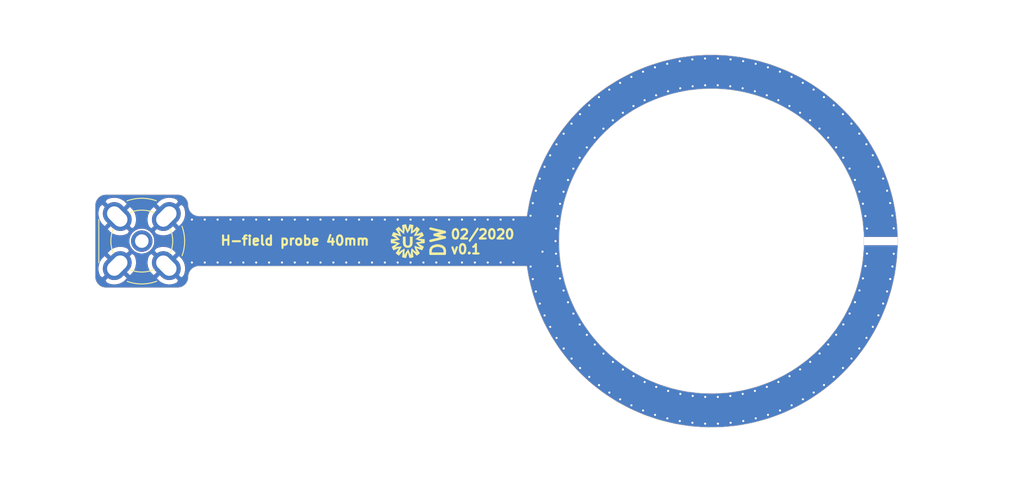
<source format=kicad_pcb>
(kicad_pcb (version 20171130) (host pcbnew "(5.1.5)-3")

  (general
    (thickness 1.6)
    (drawings 26)
    (tracks 217)
    (zones 0)
    (modules 2)
    (nets 3)
  )

  (page A4)
  (layers
    (0 F.Cu signal)
    (1 In1.Cu signal)
    (2 In2.Cu signal)
    (31 B.Cu signal)
    (32 B.Adhes user)
    (33 F.Adhes user)
    (34 B.Paste user)
    (35 F.Paste user)
    (36 B.SilkS user)
    (37 F.SilkS user)
    (38 B.Mask user)
    (39 F.Mask user)
    (40 Dwgs.User user)
    (41 Cmts.User user)
    (42 Eco1.User user)
    (43 Eco2.User user)
    (44 Edge.Cuts user)
    (45 Margin user)
    (46 B.CrtYd user)
    (47 F.CrtYd user)
    (48 B.Fab user hide)
    (49 F.Fab user hide)
  )

  (setup
    (last_trace_width 0.706149)
    (user_trace_width 0.23495)
    (trace_clearance 0.1)
    (zone_clearance 0)
    (zone_45_only no)
    (trace_min 0.2)
    (via_size 0.8)
    (via_drill 0.4)
    (via_min_size 0.4)
    (via_min_drill 0.25)
    (user_via 0.6 0.25)
    (uvia_size 0.3)
    (uvia_drill 0.1)
    (uvias_allowed no)
    (uvia_min_size 0.2)
    (uvia_min_drill 0.1)
    (edge_width 0.05)
    (segment_width 0.2)
    (pcb_text_width 0.3)
    (pcb_text_size 1.5 1.5)
    (mod_edge_width 0.12)
    (mod_text_size 1 1)
    (mod_text_width 0.15)
    (pad_size 2.54 2.54)
    (pad_drill 1.6)
    (pad_to_mask_clearance 0.051)
    (solder_mask_min_width 0.25)
    (aux_axis_origin 0 0)
    (visible_elements 7FFFFF7F)
    (pcbplotparams
      (layerselection 0x010fc_ffffffff)
      (usegerberextensions false)
      (usegerberattributes false)
      (usegerberadvancedattributes false)
      (creategerberjobfile false)
      (excludeedgelayer true)
      (linewidth 0.100000)
      (plotframeref false)
      (viasonmask false)
      (mode 1)
      (useauxorigin false)
      (hpglpennumber 1)
      (hpglpenspeed 20)
      (hpglpendiameter 15.000000)
      (psnegative false)
      (psa4output false)
      (plotreference true)
      (plotvalue true)
      (plotinvisibletext false)
      (padsonsilk false)
      (subtractmaskfromsilk false)
      (outputformat 1)
      (mirror false)
      (drillshape 1)
      (scaleselection 1)
      (outputdirectory ""))
  )

  (net 0 "")
  (net 1 "Net-(J1-Pad1)")
  (net 2 GND)

  (net_class Default "This is the default net class."
    (clearance 0.1)
    (trace_width 0.706149)
    (via_dia 0.8)
    (via_drill 0.4)
    (uvia_dia 0.3)
    (uvia_drill 0.1)
    (add_net GND)
    (add_net "Net-(J1-Pad1)")
  )

  (module _Custom:BNC_SMA_Vertical (layer F.Cu) (tedit 5E5FDDE6) (tstamp 5E56994B)
    (at 110.88 96.27 270)
    (descr "BNC female PCB mount 4 pin straight chassis connector http://www.te.com/usa-en/product-1-1478204-0.html")
    (tags "BNC female PCB mount 4 pin straight chassis connector ")
    (path /5E569AC0)
    (fp_text reference J1 (at -4.32 0) (layer F.SilkS) hide
      (effects (font (size 1 1) (thickness 0.15)))
    )
    (fp_text value Conn_Coaxial (at 0 6.5 90) (layer F.Fab)
      (effects (font (size 1 1) (thickness 0.15)))
    )
    (fp_line (start -2.54 5.08) (end 2.54 5.08) (layer F.SilkS) (width 0.12))
    (fp_text user %R (at 0 0 90) (layer F.Fab)
      (effects (font (size 1 1) (thickness 0.15)))
    )
    (fp_line (start 5.5 -5.5) (end 5.5 5.5) (layer F.CrtYd) (width 0.05))
    (fp_line (start 5.5 5.5) (end -5.5 5.5) (layer F.CrtYd) (width 0.05))
    (fp_line (start -5.5 5.5) (end -5.5 -5.5) (layer F.CrtYd) (width 0.05))
    (fp_line (start -5.5 -5.5) (end 5.5 -5.5) (layer F.CrtYd) (width 0.05))
    (fp_circle (center 0 0) (end 4.8 0) (layer F.Fab) (width 0.1))
    (fp_arc (start 0 0) (end -4.75 1.75) (angle 40) (layer F.SilkS) (width 0.12))
    (fp_arc (start 0 0) (end 4.75 -1.75) (angle 40) (layer F.SilkS) (width 0.12))
    (fp_arc (start 0 0) (end -1.75 -4.75) (angle 40) (layer F.SilkS) (width 0.12))
    (fp_circle (center 0 0) (end 3.175 0) (layer F.Fab) (width 0.1))
    (fp_arc (start 0 0) (end 3.355 -1.45) (angle 46.74710926) (layer F.SilkS) (width 0.12))
    (fp_arc (start 0 0) (end -3.355 1.45) (angle 46.74710926) (layer F.SilkS) (width 0.12))
    (fp_arc (start 0 0) (end -1.45 -3.355) (angle 46.74710926) (layer F.SilkS) (width 0.12))
    (fp_arc (start 0 0) (end 1.45 3.355) (angle 46.74710926) (layer F.SilkS) (width 0.12))
    (pad 2 thru_hole oval (at -2.9 -2.9 315) (size 2.7 3.7) (drill oval 1.7 2.7) (layers *.Cu *.Mask)
      (net 2 GND))
    (pad 1 thru_hole circle (at 0 0 270) (size 2.54 2.54) (drill 1.6) (layers *.Cu *.Mask)
      (net 1 "Net-(J1-Pad1)"))
    (pad 2 thru_hole oval (at 2.9 -2.9 225) (size 2.7 3.7) (drill oval 1.7 2.7) (layers *.Cu *.Mask)
      (net 2 GND))
    (pad 2 thru_hole oval (at -2.9 2.9 225) (size 2.7 3.7) (drill oval 1.7 2.7) (layers *.Cu *.Mask)
      (net 2 GND))
    (pad 2 thru_hole oval (at 2.9 2.9 315) (size 2.7 3.7) (drill oval 1.7 2.7) (layers *.Cu *.Mask)
      (net 2 GND))
    (model :_Custom_3D:BNC_73171-3356.stp
      (offset (xyz 0 -22.7 6.1))
      (scale (xyz 1 1 1))
      (rotate (xyz -90 0 0))
    )
  )

  (module _Custom:UMC_logo_4mm (layer F.Cu) (tedit 0) (tstamp 5E58F441)
    (at 142.31 96.28)
    (fp_text reference G*** (at 0 0) (layer F.SilkS) hide
      (effects (font (size 1.524 1.524) (thickness 0.3)))
    )
    (fp_text value LOGO (at 0.75 0) (layer F.SilkS) hide
      (effects (font (size 1.524 1.524) (thickness 0.3)))
    )
    (fp_poly (pts (xy -0.257071 -0.169591) (xy -0.25704 -0.116215) (xy -0.256957 -0.065342) (xy -0.256825 -0.017315)
      (xy -0.256647 0.027523) (xy -0.256425 0.068829) (xy -0.256161 0.106261) (xy -0.255859 0.139476)
      (xy -0.255522 0.16813) (xy -0.255151 0.191882) (xy -0.254749 0.210387) (xy -0.25432 0.223304)
      (xy -0.253972 0.22922) (xy -0.247621 0.280915) (xy -0.237865 0.32773) (xy -0.224612 0.370017)
      (xy -0.207769 0.40813) (xy -0.206923 0.409757) (xy -0.193536 0.431169) (xy -0.176277 0.452534)
      (xy -0.15658 0.472411) (xy -0.13588 0.489361) (xy -0.115612 0.501943) (xy -0.114596 0.502451)
      (xy -0.08209 0.515266) (xy -0.04673 0.523441) (xy -0.009767 0.526975) (xy 0.027549 0.525867)
      (xy 0.063967 0.520117) (xy 0.098235 0.509724) (xy 0.11461 0.502573) (xy 0.134586 0.490462)
      (xy 0.155116 0.473893) (xy 0.17479 0.454284) (xy 0.1922 0.433052) (xy 0.205934 0.411613)
      (xy 0.206924 0.409757) (xy 0.223432 0.373284) (xy 0.236461 0.333357) (xy 0.24617 0.289366)
      (xy 0.252715 0.2407) (xy 0.253879 0.227693) (xy 0.254392 0.218101) (xy 0.254867 0.202576)
      (xy 0.255302 0.181382) (xy 0.255695 0.154779) (xy 0.256045 0.123032) (xy 0.256348 0.086402)
      (xy 0.256603 0.045151) (xy 0.256807 -0.000457) (xy 0.256959 -0.05016) (xy 0.257056 -0.103696)
      (xy 0.257097 -0.160802) (xy 0.257098 -0.172364) (xy 0.257098 -0.53278) (xy 0.573466 -0.53278)
      (xy 0.57214 -0.155652) (xy 0.57193 -0.09717) (xy 0.571725 -0.044508) (xy 0.571512 0.00271)
      (xy 0.571278 0.044858) (xy 0.571012 0.082313) (xy 0.5707 0.115449) (xy 0.57033 0.144641)
      (xy 0.569889 0.170266) (xy 0.569366 0.192698) (xy 0.568747 0.212312) (xy 0.568019 0.229484)
      (xy 0.567172 0.244589) (xy 0.566191 0.258003) (xy 0.565064 0.2701) (xy 0.56378 0.281256)
      (xy 0.562325 0.291847) (xy 0.560686 0.302247) (xy 0.558852 0.312832) (xy 0.556809 0.323977)
      (xy 0.555994 0.328342) (xy 0.541821 0.390316) (xy 0.523365 0.4479) (xy 0.500667 0.501049)
      (xy 0.473767 0.54972) (xy 0.442708 0.593868) (xy 0.407529 0.63345) (xy 0.368271 0.668421)
      (xy 0.324976 0.698739) (xy 0.277685 0.724358) (xy 0.226437 0.745235) (xy 0.171276 0.761325)
      (xy 0.147927 0.766451) (xy 0.099623 0.77471) (xy 0.053105 0.779602) (xy 0.005901 0.781304)
      (xy -0.041817 0.780129) (xy -0.062237 0.778678) (xy -0.085403 0.776353) (xy -0.108005 0.773514)
      (xy -0.121766 0.771408) (xy -0.18099 0.758725) (xy -0.236078 0.741432) (xy -0.287023 0.719536)
      (xy -0.333815 0.693044) (xy -0.376449 0.661965) (xy -0.414917 0.626307) (xy -0.44921 0.586077)
      (xy -0.479322 0.541283) (xy -0.505245 0.491932) (xy -0.526971 0.438034) (xy -0.544492 0.379595)
      (xy -0.557382 0.319049) (xy -0.559326 0.307814) (xy -0.561073 0.297298) (xy -0.562635 0.287124)
      (xy -0.564023 0.276913) (xy -0.56525 0.266285) (xy -0.566327 0.254864) (xy -0.567265 0.242269)
      (xy -0.568078 0.228123) (xy -0.568776 0.212047) (xy -0.569372 0.193662) (xy -0.569876 0.17259)
      (xy -0.570301 0.148451) (xy -0.570659 0.120869) (xy -0.570962 0.089463) (xy -0.571221 0.053856)
      (xy -0.571447 0.013669) (xy -0.571654 -0.031478) (xy -0.571852 -0.081961) (xy -0.572053 -0.138161)
      (xy -0.572109 -0.154103) (xy -0.573425 -0.53278) (xy -0.257097 -0.53278) (xy -0.257071 -0.169591)) (layer F.SilkS) (width 0.01))
    (fp_poly (pts (xy 0.212034 -1.990841) (xy 0.220271 -1.990112) (xy 0.232459 -1.988823) (xy 0.247504 -1.987103)
      (xy 0.264312 -1.985083) (xy 0.281787 -1.982893) (xy 0.298835 -1.980662) (xy 0.314362 -1.97852)
      (xy 0.320598 -1.977614) (xy 0.365421 -1.970209) (xy 0.412453 -1.961036) (xy 0.46038 -1.950426)
      (xy 0.507888 -1.93871) (xy 0.553664 -1.926218) (xy 0.596394 -1.913281) (xy 0.634764 -1.900229)
      (xy 0.648257 -1.895182) (xy 0.66 -1.890566) (xy 0.667029 -1.887252) (xy 0.670413 -1.884324)
      (xy 0.671222 -1.880866) (xy 0.670548 -1.876087) (xy 0.669637 -1.870592) (xy 0.667908 -1.859637)
      (xy 0.665435 -1.84369) (xy 0.662287 -1.823222) (xy 0.658535 -1.7987) (xy 0.654249 -1.770594)
      (xy 0.649501 -1.739373) (xy 0.64436 -1.705505) (xy 0.638898 -1.66946) (xy 0.633186 -1.631707)
      (xy 0.627294 -1.592715) (xy 0.621292 -1.552952) (xy 0.615252 -1.512887) (xy 0.609243 -1.472991)
      (xy 0.603338 -1.43373) (xy 0.597605 -1.395576) (xy 0.592117 -1.358996) (xy 0.586944 -1.324459)
      (xy 0.582156 -1.292435) (xy 0.577824 -1.263392) (xy 0.574019 -1.2378) (xy 0.570811 -1.216127)
      (xy 0.568272 -1.198842) (xy 0.566471 -1.186415) (xy 0.56548 -1.179314) (xy 0.565306 -1.177763)
      (xy 0.567419 -1.179898) (xy 0.573411 -1.186239) (xy 0.58296 -1.196438) (xy 0.595745 -1.210146)
      (xy 0.611443 -1.227016) (xy 0.629733 -1.246699) (xy 0.650293 -1.268848) (xy 0.6728 -1.293116)
      (xy 0.696934 -1.319153) (xy 0.722373 -1.346613) (xy 0.748793 -1.375147) (xy 0.775875 -1.404407)
      (xy 0.803295 -1.434046) (xy 0.830732 -1.463716) (xy 0.857865 -1.493068) (xy 0.884371 -1.521755)
      (xy 0.909928 -1.549429) (xy 0.934215 -1.575742) (xy 0.956909 -1.600347) (xy 0.97769 -1.622894)
      (xy 0.996235 -1.643037) (xy 1.012221 -1.660428) (xy 1.025329 -1.674718) (xy 1.035235 -1.68556)
      (xy 1.041618 -1.692606) (xy 1.04233 -1.693402) (xy 1.051622 -1.703819) (xy 1.083864 -1.683529)
      (xy 1.140413 -1.646568) (xy 1.195028 -1.608172) (xy 1.246123 -1.569478) (xy 1.273098 -1.547698)
      (xy 1.291517 -1.532181) (xy 1.310656 -1.515593) (xy 1.329944 -1.498471) (xy 1.34881 -1.481354)
      (xy 1.366684 -1.46478) (xy 1.382996 -1.449287) (xy 1.397175 -1.435414) (xy 1.40865 -1.423699)
      (xy 1.416852 -1.414681) (xy 1.42121 -1.408897) (xy 1.421769 -1.407397) (xy 1.420054 -1.404543)
      (xy 1.415059 -1.396899) (xy 1.407003 -1.384788) (xy 1.396104 -1.368534) (xy 1.382579 -1.348458)
      (xy 1.366649 -1.324883) (xy 1.348531 -1.298133) (xy 1.328444 -1.26853) (xy 1.306607 -1.236397)
      (xy 1.283237 -1.202057) (xy 1.258554 -1.165832) (xy 1.232777 -1.128046) (xy 1.220779 -1.110475)
      (xy 1.194598 -1.072127) (xy 1.169422 -1.035222) (xy 1.145469 -1.000082) (xy 1.122956 -0.967026)
      (xy 1.1021 -0.936376) (xy 1.083119 -0.90845) (xy 1.066231 -0.883569) (xy 1.051652 -0.862053)
      (xy 1.0396 -0.844223) (xy 1.030293 -0.830398) (xy 1.023948 -0.820899) (xy 1.020782 -0.816046)
      (xy 1.020453 -0.815462) (xy 1.023359 -0.816481) (xy 1.031665 -0.819641) (xy 1.045011 -0.824801)
      (xy 1.063037 -0.83182) (xy 1.085383 -0.840555) (xy 1.111691 -0.850868) (xy 1.1416 -0.862615)
      (xy 1.174751 -0.875656) (xy 1.210784 -0.889849) (xy 1.249339 -0.905054) (xy 1.290057 -0.92113)
      (xy 1.332578 -0.937934) (xy 1.353708 -0.94629) (xy 1.396986 -0.963384) (xy 1.438652 -0.97979)
      (xy 1.478345 -0.995369) (xy 1.515704 -1.009981) (xy 1.550369 -1.023486) (xy 1.581977 -1.035745)
      (xy 1.610169 -1.046619) (xy 1.634583 -1.055969) (xy 1.654858 -1.063654) (xy 1.670634 -1.069536)
      (xy 1.681549 -1.073475) (xy 1.687242 -1.075331) (xy 1.688015 -1.075441) (xy 1.692968 -1.067972)
      (xy 1.700351 -1.056303) (xy 1.709466 -1.041582) (xy 1.719618 -1.024958) (xy 1.73011 -1.00758)
      (xy 1.740248 -0.990595) (xy 1.749335 -0.975154) (xy 1.756674 -0.962404) (xy 1.758754 -0.958695)
      (xy 1.773186 -0.931819) (xy 1.788793 -0.901223) (xy 1.804832 -0.868478) (xy 1.820557 -0.835154)
      (xy 1.835225 -0.802821) (xy 1.848092 -0.773049) (xy 1.856364 -0.752707) (xy 1.864926 -0.730526)
      (xy 1.872774 -0.709558) (xy 1.879647 -0.690556) (xy 1.885285 -0.674272) (xy 1.889427 -0.661458)
      (xy 1.891815 -0.652867) (xy 1.892186 -0.649251) (xy 1.892156 -0.649221) (xy 1.889281 -0.647509)
      (xy 1.881751 -0.643137) (xy 1.870285 -0.63652) (xy 1.855606 -0.628075) (xy 1.838435 -0.618217)
      (xy 1.821262 -0.608375) (xy 1.787248 -0.588878) (xy 1.751679 -0.568457) (xy 1.714932 -0.547332)
      (xy 1.677385 -0.52572) (xy 1.639416 -0.50384) (xy 1.601402 -0.481912) (xy 1.563721 -0.460153)
      (xy 1.52675 -0.438783) (xy 1.490867 -0.41802) (xy 1.456449 -0.398084) (xy 1.423874 -0.379192)
      (xy 1.393519 -0.361564) (xy 1.365761 -0.345418) (xy 1.34098 -0.330972) (xy 1.319551 -0.318447)
      (xy 1.301852 -0.30806) (xy 1.288262 -0.30003) (xy 1.279156 -0.294575) (xy 1.274914 -0.291916)
      (xy 1.274647 -0.291686) (xy 1.277862 -0.291242) (xy 1.286595 -0.290414) (xy 1.300184 -0.289256)
      (xy 1.317966 -0.287821) (xy 1.339279 -0.286162) (xy 1.363462 -0.284333) (xy 1.389852 -0.282385)
      (xy 1.399073 -0.281716) (xy 1.432259 -0.279315) (xy 1.469853 -0.276594) (xy 1.510083 -0.27368)
      (xy 1.551178 -0.270703) (xy 1.591368 -0.267791) (xy 1.628882 -0.265071) (xy 1.652549 -0.263354)
      (xy 1.684689 -0.261025) (xy 1.718622 -0.25857) (xy 1.753011 -0.256086) (xy 1.786523 -0.253668)
      (xy 1.817821 -0.251414) (xy 1.845571 -0.24942) (xy 1.86783 -0.247824) (xy 1.89118 -0.246132)
      (xy 1.913395 -0.24448) (xy 1.933456 -0.242947) (xy 1.950348 -0.241612) (xy 1.963054 -0.240553)
      (xy 1.970372 -0.239871) (xy 1.987732 -0.238009) (xy 1.992839 -0.189474) (xy 1.998323 -0.127192)
      (xy 2.001808 -0.06442) (xy 2.003233 -0.002997) (xy 2.002538 0.055243) (xy 2.001605 0.078214)
      (xy 2.000366 0.100319) (xy 1.998846 0.12327) (xy 1.997125 0.146202) (xy 1.995283 0.168246)
      (xy 1.993402 0.188538) (xy 1.991563 0.20621) (xy 1.989846 0.220396) (xy 1.988332 0.23023)
      (xy 1.987102 0.234845) (xy 1.986984 0.235001) (xy 1.983711 0.235521) (xy 1.97501 0.236422)
      (xy 1.961632 0.237639) (xy 1.944328 0.239108) (xy 1.923848 0.240763) (xy 1.900943 0.242541)
      (xy 1.888855 0.243452) (xy 1.860965 0.245537) (xy 1.831492 0.247743) (xy 1.801982 0.249955)
      (xy 1.773985 0.252056) (xy 1.749046 0.25393) (xy 1.728713 0.255462) (xy 1.728439 0.255482)
      (xy 1.710063 0.256865) (xy 1.690551 0.258325) (xy 1.669386 0.259901) (xy 1.646052 0.26163)
      (xy 1.62003 0.26355) (xy 1.590804 0.2657) (xy 1.557855 0.268118) (xy 1.520667 0.270841)
      (xy 1.478723 0.273908) (xy 1.431505 0.277356) (xy 1.392354 0.280214) (xy 1.36684 0.282084)
      (xy 1.343111 0.283838) (xy 1.32192 0.285421) (xy 1.304019 0.286775) (xy 1.290162 0.287844)
      (xy 1.281099 0.28857) (xy 1.277744 0.288873) (xy 1.277833 0.290578) (xy 1.283188 0.294945)
      (xy 1.293564 0.301807) (xy 1.308718 0.310997) (xy 1.318013 0.316414) (xy 1.338124 0.328003)
      (xy 1.362248 0.341889) (xy 1.389813 0.357746) (xy 1.420251 0.375246) (xy 1.452991 0.394062)
      (xy 1.487463 0.413867) (xy 1.523097 0.434333) (xy 1.559322 0.455135) (xy 1.59557 0.475943)
      (xy 1.63127 0.496432) (xy 1.665852 0.516273) (xy 1.698746 0.53514) (xy 1.729382 0.552706)
      (xy 1.757191 0.568643) (xy 1.781601 0.582624) (xy 1.802043 0.594322) (xy 1.817947 0.60341)
      (xy 1.823589 0.606628) (xy 1.842243 0.617368) (xy 1.858984 0.627222) (xy 1.873095 0.635748)
      (xy 1.883857 0.642507) (xy 1.890553 0.647059) (xy 1.89251 0.648873) (xy 1.891476 0.653744)
      (xy 1.888456 0.663446) (xy 1.88379 0.677067) (xy 1.877818 0.693697) (xy 1.870877 0.712424)
      (xy 1.863308 0.732337) (xy 1.85545 0.752524) (xy 1.847641 0.772075) (xy 1.840221 0.790077)
      (xy 1.838123 0.795036) (xy 1.824557 0.825885) (xy 1.809268 0.858953) (xy 1.793034 0.892663)
      (xy 1.776628 0.925437) (xy 1.760827 0.955699) (xy 1.746405 0.981872) (xy 1.745387 0.98365)
      (xy 1.737597 0.996924) (xy 1.728751 1.011533) (xy 1.719449 1.026541) (xy 1.71029 1.041013)
      (xy 1.701873 1.054012) (xy 1.694796 1.064605) (xy 1.68966 1.071855) (xy 1.687063 1.074828)
      (xy 1.686967 1.074854) (xy 1.683967 1.073741) (xy 1.675567 1.070497) (xy 1.662128 1.065265)
      (xy 1.644012 1.058186) (xy 1.621582 1.049402) (xy 1.5952 1.039056) (xy 1.565227 1.027289)
      (xy 1.532027 1.014245) (xy 1.495961 1.000065) (xy 1.457391 0.98489) (xy 1.416679 0.968864)
      (xy 1.374189 0.952129) (xy 1.355093 0.944605) (xy 1.311946 0.927616) (xy 1.270423 0.911293)
      (xy 1.230884 0.895776) (xy 1.193691 0.881207) (xy 1.159207 0.867727) (xy 1.127793 0.855475)
      (xy 1.099811 0.844592) (xy 1.075622 0.835221) (xy 1.055588 0.827501) (xy 1.040072 0.821573)
      (xy 1.029434 0.817578) (xy 1.024036 0.815657) (xy 1.023415 0.815505) (xy 1.024979 0.818158)
      (xy 1.02983 0.825599) (xy 1.037752 0.837507) (xy 1.048526 0.853562) (xy 1.061936 0.873444)
      (xy 1.077765 0.896831) (xy 1.095794 0.923404) (xy 1.115806 0.952842) (xy 1.137585 0.984824)
      (xy 1.160913 1.01903) (xy 1.185573 1.055139) (xy 1.211346 1.092831) (xy 1.22341 1.110457)
      (xy 1.424555 1.404261) (xy 1.415534 1.415651) (xy 1.40985 1.421968) (xy 1.400254 1.431675)
      (xy 1.387496 1.444075) (xy 1.372325 1.458476) (xy 1.355489 1.474184) (xy 1.337738 1.490505)
      (xy 1.31982 1.506745) (xy 1.302484 1.522211) (xy 1.28648 1.536209) (xy 1.273098 1.547592)
      (xy 1.251949 1.564783) (xy 1.228228 1.583273) (xy 1.20284 1.602418) (xy 1.176693 1.621575)
      (xy 1.150692 1.640098) (xy 1.125743 1.657344) (xy 1.102753 1.672667) (xy 1.082626 1.685425)
      (xy 1.06627 1.694971) (xy 1.064584 1.695881) (xy 1.053036 1.702043) (xy 1.046134 1.693724)
      (xy 1.042357 1.689435) (xy 1.034826 1.681123) (xy 1.023867 1.669135) (xy 1.0098 1.65382)
      (xy 0.992949 1.635525) (xy 0.973638 1.614597) (xy 0.952188 1.591385) (xy 0.928923 1.566236)
      (xy 0.904165 1.539498) (xy 0.878238 1.511519) (xy 0.851464 1.482645) (xy 0.824167 1.453226)
      (xy 0.796668 1.423608) (xy 0.769291 1.394139) (xy 0.74236 1.365168) (xy 0.716196 1.337041)
      (xy 0.691122 1.310106) (xy 0.667462 1.284711) (xy 0.645538 1.261204) (xy 0.625674 1.239933)
      (xy 0.608191 1.221245) (xy 0.593414 1.205487) (xy 0.581664 1.193008) (xy 0.573266 1.184155)
      (xy 0.56854 1.179276) (xy 0.567592 1.178401) (xy 0.567939 1.181494) (xy 0.569152 1.190243)
      (xy 0.571161 1.204179) (xy 0.573894 1.222834) (xy 0.57728 1.24574) (xy 0.581249 1.272427)
      (xy 0.585729 1.302428) (xy 0.59065 1.335275) (xy 0.595941 1.370498) (xy 0.601531 1.40763)
      (xy 0.607348 1.446203) (xy 0.613322 1.485747) (xy 0.619383 1.525795) (xy 0.625458 1.565879)
      (xy 0.631478 1.605529) (xy 0.637371 1.644278) (xy 0.643066 1.681657) (xy 0.648493 1.717198)
      (xy 0.65358 1.750433) (xy 0.658256 1.780892) (xy 0.662452 1.808109) (xy 0.666094 1.831614)
      (xy 0.669114 1.850939) (xy 0.67144 1.865616) (xy 0.673 1.875176) (xy 0.673688 1.879002)
      (xy 0.67377 1.881412) (xy 0.672348 1.883689) (xy 0.668679 1.886177) (xy 0.662019 1.889218)
      (xy 0.651626 1.893158) (xy 0.636756 1.898339) (xy 0.618686 1.904429) (xy 0.538312 1.92964)
      (xy 0.460766 1.950444) (xy 0.384821 1.967119) (xy 0.309249 1.979943) (xy 0.254179 1.98697)
      (xy 0.238901 1.988605) (xy 0.22604 1.98988) (xy 0.21674 1.990688) (xy 0.212146 1.990925)
      (xy 0.211862 1.990878) (xy 0.210883 1.987886) (xy 0.208203 1.979342) (xy 0.203935 1.965615)
      (xy 0.198194 1.947076) (xy 0.191094 1.924095) (xy 0.182749 1.897043) (xy 0.173274 1.866289)
      (xy 0.162781 1.832205) (xy 0.151386 1.795161) (xy 0.139202 1.755526) (xy 0.126344 1.713672)
      (xy 0.112926 1.669968) (xy 0.106447 1.648854) (xy 0.092804 1.604453) (xy 0.079652 1.561762)
      (xy 0.067105 1.521149) (xy 0.055279 1.48298) (xy 0.044287 1.447622) (xy 0.034246 1.415444)
      (xy 0.02527 1.386812) (xy 0.017474 1.362092) (xy 0.010973 1.341654) (xy 0.005881 1.325863)
      (xy 0.002315 1.315087) (xy 0.000389 1.309693) (xy 0.000081 1.309123) (xy -0.001021 1.312235)
      (xy -0.003819 1.320899) (xy -0.008197 1.334742) (xy -0.01404 1.353392) (xy -0.021231 1.376475)
      (xy -0.029657 1.40362) (xy -0.039201 1.434454) (xy -0.049747 1.468603) (xy -0.061182 1.505696)
      (xy -0.073388 1.54536) (xy -0.086251 1.587221) (xy -0.099655 1.630908) (xy -0.105645 1.650451)
      (xy -0.123819 1.70966) (xy -0.140258 1.762998) (xy -0.154986 1.810535) (xy -0.168025 1.852344)
      (xy -0.179396 1.888493) (xy -0.189124 1.919053) (xy -0.197229 1.944094) (xy -0.203734 1.963688)
      (xy -0.208663 1.977904) (xy -0.212036 1.986813) (xy -0.213878 1.990485) (xy -0.21406 1.990597)
      (xy -0.21916 1.990448) (xy -0.228418 1.989662) (xy -0.239845 1.988407) (xy -0.240061 1.988381)
      (xy -0.335621 1.974822) (xy -0.426237 1.95791) (xy -0.512214 1.93758) (xy -0.583016 1.91721)
      (xy -0.608961 1.908854) (xy -0.631049 1.901268) (xy -0.648845 1.89462) (xy -0.661915 1.889082)
      (xy -0.669824 1.884824) (xy -0.67217 1.882237) (xy -0.671712 1.878754) (xy -0.670377 1.869538)
      (xy -0.668225 1.854981) (xy -0.665314 1.835474) (xy -0.661703 1.811409) (xy -0.657452 1.783177)
      (xy -0.652619 1.75117) (xy -0.647264 1.715779) (xy -0.641446 1.677395) (xy -0.635223 1.636411)
      (xy -0.628655 1.593217) (xy -0.621801 1.548205) (xy -0.619523 1.533259) (xy -0.612584 1.487698)
      (xy -0.605913 1.443801) (xy -0.599568 1.40196) (xy -0.593609 1.36257) (xy -0.588094 1.326026)
      (xy -0.583083 1.29272) (xy -0.578635 1.263048) (xy -0.574809 1.237404) (xy -0.571665 1.216182)
      (xy -0.569261 1.199776) (xy -0.567657 1.18858) (xy -0.566912 1.182988) (xy -0.566864 1.182449)
      (xy -0.568914 1.183934) (xy -0.574892 1.189704) (xy -0.584536 1.199479) (xy -0.597581 1.212982)
      (xy -0.613766 1.229934) (xy -0.632828 1.250057) (xy -0.654504 1.273072) (xy -0.678532 1.298701)
      (xy -0.704647 1.326666) (xy -0.732589 1.356688) (xy -0.762093 1.388489) (xy -0.792897 1.42179)
      (xy -0.796422 1.425607) (xy -0.827415 1.459166) (xy -0.857421 1.491641) (xy -0.88615 1.52272)
      (xy -0.913311 1.552089) (xy -0.938613 1.579434) (xy -0.961768 1.604443) (xy -0.982483 1.626801)
      (xy -1.000469 1.646194) (xy -1.015435 1.66231) (xy -1.027091 1.674835) (xy -1.035146 1.683455)
      (xy -1.03931 1.687856) (xy -1.039444 1.687993) (xy -1.043862 1.692676) (xy -1.047453 1.696188)
      (xy -1.050928 1.69828) (xy -1.054999 1.698701) (xy -1.060376 1.697204) (xy -1.067771 1.693536)
      (xy -1.077893 1.687449) (xy -1.091454 1.678693) (xy -1.109165 1.667019) (xy -1.120601 1.659481)
      (xy -1.163949 1.630221) (xy -1.20403 1.601481) (xy -1.243145 1.571554) (xy -1.283591 1.538728)
      (xy -1.288585 1.534562) (xy -1.305357 1.520265) (xy -1.322983 1.504768) (xy -1.340854 1.488652)
      (xy -1.358362 1.472498) (xy -1.374901 1.456888) (xy -1.389861 1.442403) (xy -1.402636 1.429624)
      (xy -1.412616 1.419133) (xy -1.419196 1.411511) (xy -1.421766 1.407338) (xy -1.42178 1.407174)
      (xy -1.420064 1.40405) (xy -1.415062 1.396144) (xy -1.406995 1.383783) (xy -1.396081 1.367292)
      (xy -1.382541 1.346999) (xy -1.366593 1.323229) (xy -1.348458 1.29631) (xy -1.328354 1.266566)
      (xy -1.306503 1.234325) (xy -1.283123 1.199913) (xy -1.258434 1.163656) (xy -1.232655 1.125881)
      (xy -1.221714 1.109873) (xy -1.195587 1.071638) (xy -1.170475 1.034841) (xy -1.146594 0.999804)
      (xy -1.124164 0.966848) (xy -1.1034 0.936294) (xy -1.084522 0.908464) (xy -1.067746 0.883678)
      (xy -1.053291 0.86226) (xy -1.041374 0.844529) (xy -1.032212 0.830807) (xy -1.026023 0.821415)
      (xy -1.023025 0.816675) (xy -1.022771 0.816147) (xy -1.025793 0.817013) (xy -1.03398 0.819943)
      (xy -1.046741 0.824711) (xy -1.063486 0.83109) (xy -1.083625 0.838856) (xy -1.106565 0.847782)
      (xy -1.131717 0.857641) (xy -1.14927 0.864561) (xy -1.178164 0.875975) (xy -1.207423 0.887532)
      (xy -1.236072 0.898845) (xy -1.263138 0.909531) (xy -1.287645 0.919205) (xy -1.30862 0.927482)
      (xy -1.325089 0.933977) (xy -1.328853 0.935461) (xy -1.34265 0.940902) (xy -1.361391 0.9483)
      (xy -1.38426 0.957332) (xy -1.410442 0.967676) (xy -1.439119 0.979008) (xy -1.469477 0.991008)
      (xy -1.500698 1.003351) (xy -1.531967 1.015716) (xy -1.534841 1.016853) (xy -1.686621 1.076882)
      (xy -1.704832 1.048924) (xy -1.724597 1.017256) (xy -1.745631 0.981178) (xy -1.767178 0.942138)
      (xy -1.788484 0.901579) (xy -1.80879 0.860948) (xy -1.827342 0.82169) (xy -1.843384 0.785251)
      (xy -1.845974 0.779037) (xy -1.851735 0.764728) (xy -1.858204 0.74809) (xy -1.865015 0.730129)
      (xy -1.871802 0.71185) (xy -1.878201 0.694257) (xy -1.883846 0.678356) (xy -1.888372 0.66515)
      (xy -1.891413 0.655646) (xy -1.892605 0.650848) (xy -1.892609 0.650723) (xy -1.889977 0.648881)
      (xy -1.882305 0.644155) (xy -1.869927 0.636742) (xy -1.853179 0.626837) (xy -1.832397 0.614635)
      (xy -1.807917 0.600332) (xy -1.780073 0.584122) (xy -1.749201 0.566202) (xy -1.715637 0.546768)
      (xy -1.679715 0.526013) (xy -1.641772 0.504135) (xy -1.602143 0.481327) (xy -1.583225 0.470455)
      (xy -1.529654 0.439641) (xy -1.48143 0.411825) (xy -1.438499 0.386971) (xy -1.400802 0.365047)
      (xy -1.368285 0.346019) (xy -1.340892 0.329856) (xy -1.318565 0.316522) (xy -1.301249 0.305986)
      (xy -1.288888 0.298214) (xy -1.281426 0.293173) (xy -1.278806 0.290829) (xy -1.278889 0.290665)
      (xy -1.282588 0.290176) (xy -1.29207 0.289277) (xy -1.306939 0.288) (xy -1.326799 0.286374)
      (xy -1.351254 0.28443) (xy -1.379907 0.282199) (xy -1.412363 0.279711) (xy -1.448226 0.276997)
      (xy -1.487099 0.274087) (xy -1.528586 0.271012) (xy -1.57229 0.267802) (xy -1.617817 0.264488)
      (xy -1.633963 0.26332) (xy -1.679957 0.25998) (xy -1.724218 0.256733) (xy -1.766356 0.253609)
      (xy -1.805977 0.250639) (xy -1.842692 0.247854) (xy -1.876108 0.245283) (xy -1.905834 0.242958)
      (xy -1.931478 0.240908) (xy -1.95265 0.239165) (xy -1.968957 0.237758) (xy -1.980008 0.236718)
      (xy -1.985411 0.236076) (xy -1.985898 0.235948) (xy -1.987092 0.231918) (xy -1.988659 0.222457)
      (xy -1.990511 0.208312) (xy -1.992562 0.190228) (xy -1.994724 0.168952) (xy -1.996909 0.145232)
      (xy -1.997941 0.133195) (xy -2.000685 0.092385) (xy -2.00247 0.048239) (xy -2.002519 0.04539)
      (xy -1.650008 0.04539) (xy -1.64662 0.045284) (xy -1.639039 0.043779) (xy -1.630532 0.041631)
      (xy -1.613913 0.038347) (xy -1.592836 0.036074) (xy -1.568963 0.034849) (xy -1.543954 0.034708)
      (xy -1.519469 0.035685) (xy -1.49717 0.037818) (xy -1.491475 0.038637) (xy -1.4725 0.041932)
      (xy -1.453501 0.045938) (xy -1.433878 0.050863) (xy -1.413031 0.056915) (xy -1.390357 0.064301)
      (xy -1.365257 0.073229) (xy -1.33713 0.083907) (xy -1.305375 0.096543) (xy -1.269391 0.111344)
      (xy -1.228578 0.128518) (xy -1.215792 0.133956) (xy -1.172597 0.152154) (xy -1.134239 0.167838)
      (xy -1.100008 0.181257) (xy -1.069195 0.192657) (xy -1.04109 0.202286) (xy -1.014983 0.210389)
      (xy -0.990166 0.217215) (xy -0.965929 0.223011) (xy -0.951003 0.226171) (xy -0.937644 0.228941)
      (xy -0.92675 0.231336) (xy -0.919619 0.233062) (xy -0.917502 0.233758) (xy -0.918725 0.236632)
      (xy -0.923538 0.242972) (xy -0.93113 0.251889) (xy -0.940688 0.262489) (xy -0.951399 0.273883)
      (xy -0.962452 0.285179) (xy -0.973032 0.295486) (xy -0.97789 0.299989) (xy -0.99202 0.312513)
      (xy -1.006785 0.324961) (xy -1.022772 0.337763) (xy -1.04057 0.351351) (xy -1.060763 0.366157)
      (xy -1.083939 0.382613) (xy -1.110685 0.401148) (xy -1.141588 0.422196) (xy -1.171309 0.442215)
      (xy -1.207759 0.466797) (xy -1.239463 0.488487) (xy -1.266922 0.50768) (xy -1.29064 0.524775)
      (xy -1.311119 0.540167) (xy -1.328863 0.554255) (xy -1.344372 0.567435) (xy -1.358152 0.580104)
      (xy -1.370703 0.592659) (xy -1.382529 0.605497) (xy -1.392092 0.616579) (xy -1.412132 0.642408)
      (xy -1.430204 0.669641) (xy -1.445609 0.697014) (xy -1.457647 0.723269) (xy -1.465616 0.747144)
      (xy -1.466407 0.750396) (xy -1.467061 0.754235) (xy -1.466186 0.755625) (xy -1.462934 0.754214)
      (xy -1.456458 0.749648) (xy -1.446713 0.742195) (xy -1.415583 0.720689) (xy -1.382163 0.702724)
      (xy -1.345581 0.687949) (xy -1.304959 0.676013) (xy -1.259426 0.666563) (xy -1.257609 0.666253)
      (xy -1.24062 0.663534) (xy -1.223259 0.661137) (xy -1.204759 0.658997) (xy -1.18435 0.657051)
      (xy -1.161262 0.655238) (xy -1.134726 0.653493) (xy -1.103972 0.651754) (xy -1.068231 0.649958)
      (xy -1.045426 0.648889) (xy -0.990907 0.646073) (xy -0.942084 0.64287) (xy -0.898469 0.639223)
      (xy -0.859572 0.635075) (xy -0.824902 0.630368) (xy -0.793972 0.625044) (xy -0.76629 0.619045)
      (xy -0.745737 0.613601) (xy -0.73476 0.610582) (xy -0.72844 0.609405) (xy -0.725542 0.609999)
      (xy -0.724829 0.612293) (xy -0.724829 0.612399) (xy -0.72577 0.616937) (xy -0.728361 0.626167)
      (xy -0.732249 0.638917) (xy -0.737084 0.654016) (xy -0.739377 0.660967) (xy -0.751251 0.692961)
      (xy -0.766827 0.728918) (xy -0.785751 0.768118) (xy -0.807668 0.809842) (xy -0.832222 0.85337)
      (xy -0.844132 0.873512) (xy -0.867711 0.913036) (xy -0.888221 0.947918) (xy -0.905956 0.978718)
      (xy -0.921207 1.006001) (xy -0.934267 1.030328) (xy -0.945426 1.052261) (xy -0.954978 1.072363)
      (xy -0.963214 1.091196) (xy -0.970427 1.109322) (xy -0.976907 1.127303) (xy -0.978714 1.132638)
      (xy -0.989308 1.168333) (xy -0.99612 1.201436) (xy -0.999463 1.234006) (xy -0.99965 1.268101)
      (xy -0.999578 1.27) (xy -0.998681 1.289743) (xy -0.997639 1.303595) (xy -0.996173 1.311863)
      (xy -0.994003 1.31485) (xy -0.990849 1.312861) (xy -0.986432 1.306198) (xy -0.980472 1.295168)
      (xy -0.979024 1.292374) (xy -0.960652 1.260795) (xy -0.93909 1.231386) (xy -0.913664 1.203431)
      (xy -0.883701 1.176215) (xy -0.848525 1.149022) (xy -0.834792 1.139332) (xy -0.822921 1.131251)
      (xy -0.811098 1.123489) (xy -0.798637 1.115647) (xy -0.784854 1.107328) (xy -0.769066 1.098132)
      (xy -0.750587 1.087662) (xy -0.728734 1.07552) (xy -0.702821 1.061307) (xy -0.672165 1.044626)
      (xy -0.669768 1.043325) (xy -0.631385 1.022403) (xy -0.597893 1.003904) (xy -0.568664 0.987438)
      (xy -0.543071 0.972612) (xy -0.520485 0.959036) (xy -0.500279 0.946318) (xy -0.481825 0.934066)
      (xy -0.464496 0.921888) (xy -0.447663 0.909394) (xy -0.4307 0.896192) (xy -0.419647 0.887321)
      (xy -0.388142 0.86179) (xy -0.384664 0.880816) (xy -0.37937 0.918566) (xy -0.376227 0.962112)
      (xy -0.375235 1.01144) (xy -0.376395 1.066535) (xy -0.379707 1.127384) (xy -0.385171 1.193973)
      (xy -0.385477 1.197208) (xy -0.3878 1.22285) (xy -0.390022 1.249679) (xy -0.392026 1.276104)
      (xy -0.393694 1.30054) (xy -0.394911 1.321398) (xy -0.395392 1.331951) (xy -0.395635 1.387345)
      (xy -0.391911 1.438233) (xy -0.38415 1.484924) (xy -0.372285 1.527726) (xy -0.356247 1.566947)
      (xy -0.335968 1.602896) (xy -0.334916 1.604501) (xy -0.323695 1.621502) (xy -0.321775 1.584367)
      (xy -0.320003 1.562552) (xy -0.317105 1.54073) (xy -0.313475 1.521781) (xy -0.312889 1.519354)
      (xy -0.306641 1.496824) (xy -0.299079 1.474408) (xy -0.289915 1.451598) (xy -0.27886 1.427884)
      (xy -0.265625 1.402757) (xy -0.249923 1.375706) (xy -0.231465 1.346223) (xy -0.209961 1.313799)
      (xy -0.185125 1.277924) (xy -0.156666 1.238088) (xy -0.142715 1.21889) (xy -0.108461 1.17121)
      (xy -0.078382 1.127725) (xy -0.052331 1.088194) (xy -0.030158 1.052378) (xy -0.011713 1.020035)
      (xy 0.003153 0.990926) (xy 0.0138 0.966786) (xy 0.022855 0.944292) (xy 0.028676 0.951494)
      (xy 0.039494 0.966072) (xy 0.051973 0.98486) (xy 0.065235 1.006419) (xy 0.078398 1.029309)
      (xy 0.090581 1.052092) (xy 0.092337 1.055546) (xy 0.100353 1.071716) (xy 0.108014 1.087855)
      (xy 0.115637 1.104727) (xy 0.123541 1.123098) (xy 0.132042 1.143732) (xy 0.141458 1.167393)
      (xy 0.152106 1.194848) (xy 0.164303 1.226861) (xy 0.173505 1.251258) (xy 0.191056 1.297131)
      (xy 0.207237 1.337609) (xy 0.222357 1.37326) (xy 0.236727 1.404654) (xy 0.250654 1.432358)
      (xy 0.264448 1.456943) (xy 0.278417 1.478975) (xy 0.292872 1.499024) (xy 0.30812 1.517658)
      (xy 0.32447 1.535446) (xy 0.332186 1.543243) (xy 0.340433 1.550781) (xy 0.351115 1.559656)
      (xy 0.363236 1.569144) (xy 0.375799 1.578524) (xy 0.387808 1.587072) (xy 0.398267 1.594067)
      (xy 0.406178 1.598785) (xy 0.410546 1.600505) (xy 0.410982 1.600368) (xy 0.410218 1.597302)
      (xy 0.407297 1.589943) (xy 0.40275 1.579582) (xy 0.399844 1.573275) (xy 0.388646 1.546474)
      (xy 0.380159 1.51924) (xy 0.374201 1.490455) (xy 0.37059 1.458999) (xy 0.369142 1.423751)
      (xy 0.369543 1.387708) (xy 0.370172 1.370209) (xy 0.371016 1.353889) (xy 0.372181 1.337954)
      (xy 0.373771 1.321613) (xy 0.375892 1.304072) (xy 0.37865 1.284539) (xy 0.382151 1.262221)
      (xy 0.3865 1.236327) (xy 0.391803 1.206062) (xy 0.398165 1.170636) (xy 0.399288 1.164439)
      (xy 0.408996 1.109077) (xy 0.417006 1.059351) (xy 0.423352 1.014948) (xy 0.428068 0.975558)
      (xy 0.431189 0.940868) (xy 0.43275 0.910565) (xy 0.432783 0.884339) (xy 0.431905 0.868092)
      (xy 0.431226 0.856413) (xy 0.431224 0.847537) (xy 0.431878 0.842896) (xy 0.432254 0.842537)
      (xy 0.436565 0.844072) (xy 0.444935 0.848227) (xy 0.456175 0.854327) (xy 0.469098 0.8617)
      (xy 0.482516 0.869669) (xy 0.495241 0.877561) (xy 0.503862 0.883189) (xy 0.519703 0.89417)
      (xy 0.53576 0.906001) (xy 0.552531 0.919115) (xy 0.570515 0.933944) (xy 0.590211 0.95092)
      (xy 0.612118 0.970475) (xy 0.636734 0.993042) (xy 0.664559 1.019051) (xy 0.696091 1.048937)
      (xy 0.705138 1.057567) (xy 0.737963 1.088575) (xy 0.767232 1.115448) (xy 0.79353 1.138656)
      (xy 0.817443 1.158672) (xy 0.839554 1.175966) (xy 0.860451 1.191012) (xy 0.880717 1.204279)
      (xy 0.900939 1.21624) (xy 0.904488 1.218219) (xy 0.938285 1.234642) (xy 0.973909 1.247855)
      (xy 1.009529 1.257278) (xy 1.043314 1.262331) (xy 1.044012 1.262388) (xy 1.055558 1.263214)
      (xy 1.061838 1.263282) (xy 1.063749 1.26244) (xy 1.062189 1.260537) (xy 1.060915 1.259534)
      (xy 1.035554 1.238656) (xy 1.012446 1.215979) (xy 0.9913 1.190983) (xy 0.971827 1.163147)
      (xy 0.953733 1.131948) (xy 0.93673 1.096865) (xy 0.920525 1.057376) (xy 0.904828 1.01296)
      (xy 0.889349 0.963096) (xy 0.88276 0.94011) (xy 0.871786 0.901025) (xy 0.862303 0.86735)
      (xy 0.854146 0.838524) (xy 0.847148 0.813987) (xy 0.841144 0.793179) (xy 0.835969 0.775539)
      (xy 0.831457 0.760507) (xy 0.827443 0.747523) (xy 0.82376 0.736027) (xy 0.820244 0.725459)
      (xy 0.816728 0.715258) (xy 0.814092 0.707793) (xy 0.806912 0.688772) (xy 0.797912 0.666647)
      (xy 0.788105 0.643823) (xy 0.778507 0.622705) (xy 0.775881 0.617189) (xy 0.767412 0.599374)
      (xy 0.76157 0.586408) (xy 0.758118 0.577651) (xy 0.756816 0.572459) (xy 0.757426 0.570192)
      (xy 0.758327 0.569954) (xy 0.763429 0.57023) (xy 0.773189 0.570977) (xy 0.786099 0.572072)
      (xy 0.797622 0.573112) (xy 0.82025 0.575483) (xy 0.84232 0.578429) (xy 0.864537 0.582121)
      (xy 0.887604 0.586736) (xy 0.912225 0.592446) (xy 0.939103 0.599425) (xy 0.968942 0.607846)
      (xy 1.002446 0.617885) (xy 1.040318 0.629715) (xy 1.083261 0.643509) (xy 1.085596 0.644267)
      (xy 1.133992 0.659644) (xy 1.177312 0.67263) (xy 1.216148 0.683325) (xy 1.251096 0.691834)
      (xy 1.282749 0.698256) (xy 1.311701 0.702696) (xy 1.338547 0.705254) (xy 1.36388 0.706033)
      (xy 1.388295 0.705135) (xy 1.412385 0.702662) (xy 1.419448 0.701657) (xy 1.430794 0.699581)
      (xy 1.444355 0.696546) (xy 1.458977 0.692879) (xy 1.47351 0.688912) (xy 1.4868 0.684973)
      (xy 1.497698 0.681392) (xy 1.505049 0.678498) (xy 1.507704 0.676621) (xy 1.507615 0.676435)
      (xy 1.504341 0.675265) (xy 1.496385 0.672976) (xy 1.485077 0.669943) (xy 1.476275 0.667675)
      (xy 1.43974 0.655957) (xy 1.403428 0.63929) (xy 1.366844 0.61739) (xy 1.329493 0.589972)
      (xy 1.304216 0.568746) (xy 1.293484 0.559122) (xy 1.282735 0.549056) (xy 1.271515 0.538062)
      (xy 1.259369 0.525653) (xy 1.245842 0.511341) (xy 1.230479 0.494641) (xy 1.212827 0.475066)
      (xy 1.19243 0.452129) (xy 1.168834 0.425344) (xy 1.147624 0.401134) (xy 1.112449 0.361469)
      (xy 1.080271 0.326403) (xy 1.050572 0.295434) (xy 1.022834 0.268058) (xy 0.99654 0.243774)
      (xy 0.971173 0.222078) (xy 0.946216 0.202468) (xy 0.933784 0.193328) (xy 0.924794 0.186862)
      (xy 0.958781 0.17355) (xy 0.983538 0.164286) (xy 1.008059 0.156079) (xy 1.033233 0.148727)
      (xy 1.059952 0.142024) (xy 1.089104 0.13577) (xy 1.121581 0.12976) (xy 1.158272 0.123792)
      (xy 1.200067 0.117662) (xy 1.209598 0.116332) (xy 1.247337 0.111074) (xy 1.279618 0.1065)
      (xy 1.307123 0.1025) (xy 1.33054 0.098967) (xy 1.350553 0.095791) (xy 1.367846 0.092865)
      (xy 1.383105 0.090079) (xy 1.397015 0.087325) (xy 1.409391 0.084687) (xy 1.461806 0.071184)
      (xy 1.508724 0.054944) (xy 1.550219 0.035937) (xy 1.58316 0.016327) (xy 1.593348 0.00898)
      (xy 1.604858 -0.000068) (xy 1.616779 -0.010003) (xy 1.628201 -0.02001) (xy 1.638212 -0.029277)
      (xy 1.645903 -0.036987) (xy 1.650363 -0.042327) (xy 1.650996 -0.044342) (xy 1.647401 -0.044498)
      (xy 1.639729 -0.043221) (xy 1.632411 -0.041492) (xy 1.606462 -0.036349) (xy 1.577189 -0.033321)
      (xy 1.547157 -0.032587) (xy 1.52349 -0.033849) (xy 1.500808 -0.036428) (xy 1.478511 -0.039906)
      (xy 1.455948 -0.044489) (xy 1.432471 -0.050386) (xy 1.407428 -0.057802) (xy 1.380168 -0.066946)
      (xy 1.350043 -0.078024) (xy 1.316401 -0.091244) (xy 1.278593 -0.106812) (xy 1.235968 -0.124937)
      (xy 1.231281 -0.126956) (xy 1.180947 -0.148317) (xy 1.135574 -0.16683) (xy 1.094709 -0.182658)
      (xy 1.057898 -0.195964) (xy 1.024688 -0.206911) (xy 0.994627 -0.215663) (xy 0.96726 -0.222383)
      (xy 0.964891 -0.222898) (xy 0.950787 -0.22596) (xy 0.938088 -0.228763) (xy 0.928586 -0.23091)
      (xy 0.925177 -0.231715) (xy 0.916439 -0.233866) (xy 0.936427 -0.257097) (xy 0.950284 -0.272529)
      (xy 0.965234 -0.287756) (xy 0.981777 -0.303173) (xy 1.000417 -0.319175) (xy 1.021653 -0.336159)
      (xy 1.045989 -0.35452) (xy 1.073925 -0.374652) (xy 1.105964 -0.396951) (xy 1.142606 -0.421812)
      (xy 1.161377 -0.434372) (xy 1.196018 -0.457563) (xy 1.225979 -0.477861) (xy 1.251819 -0.495683)
      (xy 1.274093 -0.511449) (xy 1.293359 -0.525574) (xy 1.310174 -0.538478) (xy 1.325095 -0.550578)
      (xy 1.338679 -0.562291) (xy 1.351483 -0.574037) (xy 1.364064 -0.586231) (xy 1.364743 -0.586906)
      (xy 1.395766 -0.620298) (xy 1.421208 -0.653391) (xy 1.441587 -0.686968) (xy 1.457421 -0.721813)
      (xy 1.461613 -0.73336) (xy 1.465807 -0.746143) (xy 1.467605 -0.753647) (xy 1.466846 -0.756369)
      (xy 1.463367 -0.75481) (xy 1.457006 -0.749469) (xy 1.456507 -0.74902) (xy 1.43026 -0.728692)
      (xy 1.398931 -0.71026) (xy 1.363455 -0.694144) (xy 1.324768 -0.680761) (xy 1.283805 -0.670532)
      (xy 1.279293 -0.669635) (xy 1.261558 -0.666293) (xy 1.245086 -0.663441) (xy 1.229053 -0.661003)
      (xy 1.212636 -0.6589) (xy 1.195012 -0.657057) (xy 1.175358 -0.655396) (xy 1.15285 -0.653841)
      (xy 1.126665 -0.652314) (xy 1.095981 -0.650739) (xy 1.059974 -0.649039) (xy 1.057818 -0.64894)
      (xy 1.017391 -0.647017) (xy 0.982412 -0.645188) (xy 0.952133 -0.643399) (xy 0.925809 -0.641592)
      (xy 0.902693 -0.639714) (xy 0.88204 -0.637708) (xy 0.863101 -0.635519) (xy 0.845635 -0.633165)
      (xy 0.82959 -0.630613) (xy 0.811328 -0.627324) (xy 0.792226 -0.623588) (xy 0.773663 -0.619694)
      (xy 0.757017 -0.615931) (xy 0.743666 -0.612589) (xy 0.734988 -0.609958) (xy 0.734737 -0.609864)
      (xy 0.728554 -0.608184) (xy 0.725607 -0.60841) (xy 0.725619 -0.612133) (xy 0.727431 -0.620569)
      (xy 0.730706 -0.632616) (xy 0.735109 -0.647169) (xy 0.740303 -0.663128) (xy 0.745952 -0.679388)
      (xy 0.75172 -0.694848) (xy 0.752773 -0.697534) (xy 0.762488 -0.720447) (xy 0.774662 -0.746222)
      (xy 0.789514 -0.775273) (xy 0.807265 -0.808014) (xy 0.828135 -0.844861) (xy 0.852344 -0.886229)
      (xy 0.858598 -0.896744) (xy 0.883323 -0.938564) (xy 0.904839 -0.975804) (xy 0.923399 -1.009019)
      (xy 0.939258 -1.038766) (xy 0.95267 -1.065598) (xy 0.96389 -1.090074) (xy 0.97317 -1.112747)
      (xy 0.980766 -1.134175) (xy 0.986932 -1.154912) (xy 0.991921 -1.175515) (xy 0.995988 -1.196539)
      (xy 0.996163 -1.197561) (xy 0.997812 -1.210456) (xy 0.999016 -1.226356) (xy 0.999775 -1.244006)
      (xy 1.000086 -1.26215) (xy 0.99995 -1.279533) (xy 0.999364 -1.294898) (xy 0.998328 -1.306991)
      (xy 0.99684 -1.314554) (xy 0.99628 -1.315794) (xy 0.993907 -1.315024) (xy 0.989497 -1.309066)
      (xy 0.983411 -1.298448) (xy 0.980294 -1.292435) (xy 0.967065 -1.268644) (xy 0.952061 -1.246631)
      (xy 0.934142 -1.224908) (xy 0.912165 -1.201988) (xy 0.907143 -1.197092) (xy 0.89254 -1.183411)
      (xy 0.877709 -1.170482) (xy 0.862079 -1.15793) (xy 0.845077 -1.145383) (xy 0.82613 -1.132471)
      (xy 0.804667 -1.118819) (xy 0.780113 -1.104056) (xy 0.751897 -1.08781) (xy 0.719446 -1.069708)
      (xy 0.682187 -1.049378) (xy 0.668989 -1.042251) (xy 0.624767 -1.018196) (xy 0.585669 -0.996419)
      (xy 0.551193 -0.97661) (xy 0.520835 -0.958456) (xy 0.494094 -0.941646) (xy 0.470466 -0.925867)
      (xy 0.449449 -0.910806) (xy 0.430539 -0.896153) (xy 0.421231 -0.888472) (xy 0.410672 -0.879594)
      (xy 0.401461 -0.871903) (xy 0.39492 -0.8665) (xy 0.392931 -0.864896) (xy 0.390419 -0.863586)
      (xy 0.388464 -0.864897) (xy 0.386652 -0.86979) (xy 0.384566 -0.879224) (xy 0.382889 -0.888128)
      (xy 0.379262 -0.910346) (xy 0.376503 -0.933129) (xy 0.374619 -0.957099) (xy 0.373614 -0.98288)
      (xy 0.373496 -1.011095) (xy 0.374271 -1.042368) (xy 0.375945 -1.077322) (xy 0.378524 -1.116579)
      (xy 0.382014 -1.160763) (xy 0.386053 -1.2065) (xy 0.389268 -1.245658) (xy 0.391707 -1.284238)
      (xy 0.393355 -1.32138) (xy 0.394195 -1.35622) (xy 0.394211 -1.387895) (xy 0.393385 -1.415543)
      (xy 0.391701 -1.438303) (xy 0.390682 -1.446561) (xy 0.381235 -1.49471) (xy 0.367337 -1.539143)
      (xy 0.349111 -1.579506) (xy 0.338231 -1.598341) (xy 0.323696 -1.621573) (xy 0.321649 -1.588547)
      (xy 0.317919 -1.551082) (xy 0.311269 -1.516526) (xy 0.301127 -1.482546) (xy 0.286921 -1.446811)
      (xy 0.286811 -1.446561) (xy 0.278461 -1.42844) (xy 0.269173 -1.410074) (xy 0.258579 -1.390882)
      (xy 0.246312 -1.370285) (xy 0.232006 -1.347701) (xy 0.215293 -1.322552) (xy 0.195808 -1.294257)
      (xy 0.173182 -1.262235) (xy 0.148697 -1.228183) (xy 0.120112 -1.188406) (xy 0.095071 -1.152916)
      (xy 0.073236 -1.121169) (xy 0.054271 -1.092621) (xy 0.03784 -1.06673) (xy 0.023605 -1.042951)
      (xy 0.011229 -1.020742) (xy 0.000377 -0.999559) (xy -0.009288 -0.978859) (xy -0.01704 -0.960709)
      (xy -0.023834 -0.944139) (xy -0.03924 -0.965356) (xy -0.053511 -0.985824) (xy -0.067024 -1.007027)
      (xy -0.080088 -1.029611) (xy -0.093013 -1.054222) (xy -0.106109 -1.081506) (xy -0.119683 -1.112109)
      (xy -0.134047 -1.146677) (xy -0.149509 -1.185857) (xy -0.166377 -1.230295) (xy -0.167548 -1.233429)
      (xy -0.180214 -1.267186) (xy -0.19117 -1.295933) (xy -0.200762 -1.320503) (xy -0.209334 -1.34173)
      (xy -0.217229 -1.360448) (xy -0.224793 -1.37749) (xy -0.232371 -1.393691) (xy -0.240305 -1.409884)
      (xy -0.241077 -1.411426) (xy -0.266791 -1.457896) (xy -0.294554 -1.498688) (xy -0.324566 -1.534035)
      (xy -0.357029 -1.564172) (xy -0.392144 -1.589334) (xy -0.395713 -1.591527) (xy -0.404165 -1.596377)
      (xy -0.410045 -1.599233) (xy -0.411975 -1.59953) (xy -0.410739 -1.595996) (xy -0.407498 -1.588507)
      (xy -0.402953 -1.578684) (xy -0.402937 -1.57865) (xy -0.389168 -1.545256) (xy -0.37921 -1.510586)
      (xy -0.372747 -1.473247) (xy -0.369464 -1.431844) (xy -0.369415 -1.430612) (xy -0.368954 -1.416)
      (xy -0.368792 -1.401925) (xy -0.368995 -1.387857) (xy -0.369628 -1.373268) (xy -0.370759 -1.35763)
      (xy -0.372453 -1.340414) (xy -0.374776 -1.321091) (xy -0.377796 -1.299133) (xy -0.381577 -1.27401)
      (xy -0.386187 -1.245194) (xy -0.391691 -1.212157) (xy -0.398156 -1.17437) (xy -0.405649 -1.131303)
      (xy -0.410117 -1.105829) (xy -0.41669 -1.06707) (xy -0.421889 -1.033089) (xy -0.425844 -1.002657)
      (xy -0.428686 -0.974542) (xy -0.430544 -0.947515) (xy -0.431548 -0.920343) (xy -0.431813 -0.900619)
      (xy -0.431984 -0.882423) (xy -0.432283 -0.866565) (xy -0.432679 -0.854001) (xy -0.433143 -0.845689)
      (xy -0.433642 -0.842585) (xy -0.433658 -0.842583) (xy -0.437729 -0.844152) (xy -0.445851 -0.848311)
      (xy -0.456824 -0.854369) (xy -0.469443 -0.861633) (xy -0.482507 -0.869412) (xy -0.494814 -0.877015)
      (xy -0.504902 -0.883573) (xy -0.523657 -0.896641) (xy -0.542467 -0.910638) (xy -0.561958 -0.926097)
      (xy -0.582757 -0.943553) (xy -0.605487 -0.963541) (xy -0.630775 -0.986595) (xy -0.659246 -1.013249)
      (xy -0.681463 -1.03439) (xy -0.706763 -1.058538) (xy -0.728268 -1.078922) (xy -0.746609 -1.096116)
      (xy -0.762416 -1.110691) (xy -0.77632 -1.12322) (xy -0.788951 -1.134275) (xy -0.800939 -1.144429)
      (xy -0.812915 -1.154254) (xy -0.817756 -1.15815) (xy -0.861272 -1.190385) (xy -0.903914 -1.216617)
      (xy -0.945891 -1.236939) (xy -0.987413 -1.251449) (xy -1.028689 -1.260243) (xy -1.045426 -1.262203)
      (xy -1.067109 -1.264145) (xy -1.054719 -1.254129) (xy -1.038583 -1.239995) (xy -1.021396 -1.223103)
      (xy -1.004706 -1.205112) (xy -0.990059 -1.187683) (xy -0.979988 -1.173975) (xy -0.967836 -1.155034)
      (xy -0.956667 -1.136004) (xy -0.946237 -1.116258) (xy -0.936303 -1.095165) (xy -0.926622 -1.072097)
      (xy -0.916949 -1.046425) (xy -0.907042 -1.01752) (xy -0.896657 -0.984751) (xy -0.88555 -0.947491)
      (xy -0.873477 -0.90511) (xy -0.867279 -0.882805) (xy -0.852574 -0.8306) (xy -0.838801 -0.784001)
      (xy -0.825787 -0.742514) (xy -0.813357 -0.70565) (xy -0.801338 -0.672916) (xy -0.789558 -0.643822)
      (xy -0.777842 -0.617876) (xy -0.766018 -0.594588) (xy -0.764622 -0.592018) (xy -0.752118 -0.56917)
      (xy -0.782614 -0.571314) (xy -0.80927 -0.573585) (xy -0.835208 -0.576689) (xy -0.861264 -0.580818)
      (xy -0.888273 -0.586165) (xy -0.91707 -0.592921) (xy -0.948489 -0.601279) (xy -0.983365 -0.61143)
      (xy -1.022534 -0.623568) (xy -1.054719 -0.633923) (xy -1.097792 -0.647812) (xy -1.135728 -0.659714)
      (xy -1.169194 -0.669797) (xy -1.198862 -0.678232) (xy -1.225401 -0.685187) (xy -1.24948 -0.690831)
      (xy -1.271769 -0.695334) (xy -1.292937 -0.698865) (xy -1.313655 -0.701592) (xy -1.328698 -0.703157)
      (xy -1.364125 -0.704659) (xy -1.400389 -0.702864) (xy -1.435851 -0.697998) (xy -1.468871 -0.690284)
      (xy -1.49767 -0.680009) (xy -1.510061 -0.67458) (xy -1.49025 -0.67038) (xy -1.455011 -0.660826)
      (xy -1.420612 -0.647097) (xy -1.385925 -0.628674) (xy -1.352837 -0.607165) (xy -1.336571 -0.594663)
      (xy -1.316983 -0.577752) (xy -1.294553 -0.556914) (xy -1.269762 -0.53263) (xy -1.243091 -0.505383)
      (xy -1.215018 -0.475656) (xy -1.186026 -0.443929) (xy -1.156594 -0.410684) (xy -1.153675 -0.407329)
      (xy -1.115797 -0.364541) (xy -1.079708 -0.325417) (xy -1.045667 -0.290207) (xy -1.013931 -0.259163)
      (xy -0.984758 -0.232536) (xy -0.958405 -0.210578) (xy -0.935132 -0.193539) (xy -0.932587 -0.191855)
      (xy -0.929312 -0.189492) (xy -0.928483 -0.187495) (xy -0.930875 -0.185197) (xy -0.937263 -0.181934)
      (xy -0.948423 -0.177037) (xy -0.951228 -0.175831) (xy -0.980458 -0.164346) (xy -1.012353 -0.153926)
      (xy -1.047578 -0.144414) (xy -1.086798 -0.135649) (xy -1.130681 -0.127475) (xy -1.179891 -0.119731)
      (xy -1.195658 -0.117487) (xy -1.234091 -0.112115) (xy -1.267013 -0.107463) (xy -1.295052 -0.103434)
      (xy -1.318838 -0.099925) (xy -1.339 -0.096839) (xy -1.356167 -0.094074) (xy -1.370969 -0.091532)
      (xy -1.384033 -0.089112) (xy -1.395991 -0.086715) (xy -1.407469 -0.084241) (xy -1.412438 -0.083124)
      (xy -1.463331 -0.069704) (xy -1.508895 -0.053727) (xy -1.549525 -0.034999) (xy -1.585618 -0.013323)
      (xy -1.617571 0.011496) (xy -1.631757 0.024782) (xy -1.640262 0.033502) (xy -1.646592 0.040483)
      (xy -1.64982 0.04468) (xy -1.650008 0.04539) (xy -2.002519 0.04539) (xy -2.003263 0.002998)
      (xy -2.00303 -0.041101) (xy -2.001737 -0.081818) (xy -2.001322 -0.089829) (xy -1.999836 -0.113735)
      (xy -1.998075 -0.137668) (xy -1.996125 -0.160788) (xy -1.994075 -0.182258) (xy -1.992012 -0.20124)
      (xy -1.990023 -0.216895) (xy -1.988197 -0.228386) (xy -1.986619 -0.234874) (xy -1.986066 -0.235893)
      (xy -1.982765 -0.236379) (xy -1.973675 -0.237278) (xy -1.959185 -0.23856) (xy -1.939684 -0.240194)
      (xy -1.915562 -0.242151) (xy -1.887209 -0.244398) (xy -1.855014 -0.246907) (xy -1.819366 -0.249646)
      (xy -1.780657 -0.252584) (xy -1.739274 -0.255692) (xy -1.695607 -0.258939) (xy -1.650047 -0.262295)
      (xy -1.630179 -0.263748) (xy -1.571997 -0.268014) (xy -1.519789 -0.271882) (xy -1.473348 -0.27537)
      (xy -1.432465 -0.278495) (xy -1.396934 -0.281275) (xy -1.366547 -0.283726) (xy -1.341097 -0.285867)
      (xy -1.320376 -0.287713) (xy -1.304178 -0.289284) (xy -1.292294 -0.290595) (xy -1.284517 -0.291665)
      (xy -1.28064 -0.292511) (xy -1.280155 -0.292998) (xy -1.283294 -0.294961) (xy -1.291468 -0.299797)
      (xy -1.304329 -0.307309) (xy -1.321533 -0.317297) (xy -1.342734 -0.329562) (xy -1.367586 -0.343905)
      (xy -1.395744 -0.360126) (xy -1.426863 -0.378026) (xy -1.460597 -0.397407) (xy -1.496601 -0.418069)
      (xy -1.534529 -0.439813) (xy -1.574035 -0.462439) (xy -1.585951 -0.46926) (xy -1.625832 -0.492091)
      (xy -1.66422 -0.514084) (xy -1.700773 -0.535039) (xy -1.735147 -0.55476) (xy -1.766996 -0.573049)
      (xy -1.795978 -0.589708) (xy -1.821748 -0.604538) (xy -1.843963 -0.617343) (xy -1.862279 -0.627923)
      (xy -1.876351 -0.636083) (xy -1.885836 -0.641622) (xy -1.89039 -0.644345) (xy -1.890744 -0.644583)
      (xy -1.89088 -0.648457) (xy -1.888916 -0.657288) (xy -1.885119 -0.670309) (xy -1.879758 -0.686752)
      (xy -1.873101 -0.705851) (xy -1.865417 -0.726838) (xy -1.856973 -0.748946) (xy -1.848037 -0.771407)
      (xy -1.838879 -0.793456) (xy -1.837875 -0.795809) (xy -1.812644 -0.852308) (xy -1.786018 -0.907242)
      (xy -1.758614 -0.959428) (xy -1.731051 -1.007681) (xy -1.70811 -1.044488) (xy -1.688526 -1.074525)
      (xy -1.658147 -1.062596) (xy -1.651061 -1.059813) (xy -1.63864 -1.054932) (xy -1.621315 -1.048124)
      (xy -1.599517 -1.039557) (xy -1.573676 -1.029402) (xy -1.544224 -1.017826) (xy -1.511591 -1.005001)
      (xy -1.476209 -0.991094) (xy -1.438507 -0.976276) (xy -1.398917 -0.960715) (xy -1.35787 -0.944581)
      (xy -1.327436 -0.932619) (xy -1.286311 -0.91647) (xy -1.246809 -0.900988) (xy -1.209313 -0.886323)
      (xy -1.174203 -0.87262) (xy -1.141861 -0.860029) (xy -1.112668 -0.848698) (xy -1.087006 -0.838773)
      (xy -1.065257 -0.830403) (xy -1.047801 -0.823736) (xy -1.035021 -0.81892) (xy -1.027298 -0.816102)
      (xy -1.024993 -0.815389) (xy -1.026433 -0.817995) (xy -1.031169 -0.825385) (xy -1.038984 -0.837237)
      (xy -1.049662 -0.853232) (xy -1.062985 -0.87305) (xy -1.078737 -0.896369) (xy -1.096701 -0.922871)
      (xy -1.11666 -0.952236) (xy -1.138398 -0.984142) (xy -1.161697 -1.018271) (xy -1.186341 -1.054301)
      (xy -1.212113 -1.091913) (xy -1.223786 -1.108927) (xy -1.250025 -1.147174) (xy -1.275265 -1.183999)
      (xy -1.299288 -1.219081) (xy -1.321874 -1.252098) (xy -1.342803 -1.282726) (xy -1.361855 -1.310644)
      (xy -1.37881 -1.33553) (xy -1.39345 -1.357061) (xy -1.405554 -1.374915) (xy -1.414902 -1.388769)
      (xy -1.421276 -1.398302) (xy -1.424455 -1.403191) (xy -1.424785 -1.403786) (xy -1.422664 -1.406914)
      (xy -1.416644 -1.413595) (xy -1.407383 -1.42319) (xy -1.395541 -1.435056) (xy -1.381778 -1.448555)
      (xy -1.366754 -1.463045) (xy -1.351127 -1.477886) (xy -1.335558 -1.492437) (xy -1.320707 -1.506059)
      (xy -1.307232 -1.51811) (xy -1.305364 -1.519748) (xy -1.245596 -1.56983) (xy -1.185779 -1.615502)
      (xy -1.160782 -1.633312) (xy -1.147044 -1.642762) (xy -1.131769 -1.653036) (xy -1.115843 -1.663564)
      (xy -1.100152 -1.673776) (xy -1.085584 -1.683102) (xy -1.073022 -1.690972) (xy -1.063355 -1.696818)
      (xy -1.057468 -1.700069) (xy -1.056185 -1.700545) (xy -1.053909 -1.698321) (xy -1.047692 -1.691833)
      (xy -1.037796 -1.681364) (xy -1.024486 -1.667199) (xy -1.008028 -1.64962) (xy -0.988686 -1.628913)
      (xy -0.966724 -1.605359) (xy -0.942407 -1.579243) (xy -0.915999 -1.550849) (xy -0.887765 -1.52046)
      (xy -0.857969 -1.488359) (xy -0.826877 -1.454831) (xy -0.811892 -1.438661) (xy -0.780298 -1.404579)
      (xy -0.749887 -1.371807) (xy -0.720923 -1.340625) (xy -0.693668 -1.311317) (xy -0.668386 -1.284164)
      (xy -0.645341 -1.259449) (xy -0.624797 -1.237454) (xy -0.607016 -1.218462) (xy -0.592263 -1.202754)
      (xy -0.5808 -1.190614) (xy -0.572893 -1.182323) (xy -0.568803 -1.178164) (xy -0.568274 -1.177717)
      (xy -0.568612 -1.180841) (xy -0.569838 -1.189702) (xy -0.571896 -1.203917) (xy -0.574727 -1.2231)
      (xy -0.578273 -1.246866) (xy -0.582477 -1.274831) (xy -0.58728 -1.306611) (xy -0.592623 -1.34182)
      (xy -0.59845 -1.380073) (xy -0.604702 -1.420988) (xy -0.611321 -1.464177) (xy -0.618249 -1.509258)
      (xy -0.621238 -1.528672) (xy -0.628292 -1.574487) (xy -0.635078 -1.618609) (xy -0.641536 -1.660649)
      (xy -0.647607 -1.700219) (xy -0.653232 -1.736931) (xy -0.658351 -1.770396) (xy -0.662906 -1.800227)
      (xy -0.666836 -1.826036) (xy -0.670083 -1.847434) (xy -0.672587 -1.864033) (xy -0.67429 -1.875445)
      (xy -0.67513 -1.881282) (xy -0.675212 -1.881974) (xy -0.672408 -1.883985) (xy -0.664516 -1.887503)
      (xy -0.65238 -1.892241) (xy -0.63684 -1.897908) (xy -0.61874 -1.904216) (xy -0.598919 -1.910876)
      (xy -0.578221 -1.917598) (xy -0.557488 -1.924093) (xy -0.53756 -1.930072) (xy -0.523487 -1.934088)
      (xy -0.481837 -1.94505) (xy -0.438608 -1.955308) (xy -0.394962 -1.964646) (xy -0.35206 -1.972846)
      (xy -0.311063 -1.979691) (xy -0.273132 -1.984966) (xy -0.239429 -1.988453) (xy -0.227891 -1.98927)
      (xy -0.212624 -1.990183) (xy -0.110972 -1.660292) (xy -0.097435 -1.61635) (xy -0.084366 -1.573907)
      (xy -0.071887 -1.533357) (xy -0.060118 -1.495094) (xy -0.04918 -1.459512) (xy -0.039194 -1.427007)
      (xy -0.030282 -1.397971) (xy -0.022564 -1.372799) (xy -0.016162 -1.351886) (xy -0.011196 -1.335625)
      (xy -0.007787 -1.324411) (xy -0.006058 -1.318638) (xy -0.005917 -1.318145) (xy -0.003329 -1.310752)
      (xy -0.001148 -1.309125) (xy -0.000093 -1.310401) (xy 0.001112 -1.313903) (xy 0.004003 -1.322953)
      (xy 0.008464 -1.337173) (xy 0.01438 -1.356186) (xy 0.021632 -1.379611) (xy 0.030105 -1.407072)
      (xy 0.039682 -1.43819) (xy 0.050246 -1.472586) (xy 0.061682 -1.509882) (xy 0.073872 -1.5497)
      (xy 0.0867 -1.591661) (xy 0.100049 -1.635388) (xy 0.105284 -1.652549) (xy 0.118769 -1.696761)
      (xy 0.131749 -1.739296) (xy 0.14411 -1.77978) (xy 0.155738 -1.817841) (xy 0.166518 -1.853106)
      (xy 0.176336 -1.885202) (xy 0.185079 -1.913758) (xy 0.192633 -1.938399) (xy 0.198882 -1.958754)
      (xy 0.203714 -1.974449) (xy 0.207014 -1.985113) (xy 0.208668 -1.990372) (xy 0.208844 -1.990879)
      (xy 0.212034 -1.990841)) (layer F.SilkS) (width 0.01))
  )

  (gr_text DW (at 145.92 96.36 90) (layer F.SilkS) (tstamp 5E583FBA)
    (effects (font (size 1.68 1.68) (thickness 0.3)))
  )
  (gr_text "02/2020\nv0.1" (at 147.262605 96.35208) (layer F.SilkS) (tstamp 5E583FBB)
    (effects (font (size 1.1 1.1) (thickness 0.25)) (justify left))
  )
  (dimension 2.96 (width 0.15) (layer Cmts.User) (tstamp 5E58F43A)
    (gr_text "2.960 mm" (at 117.925 94.79 90) (layer Cmts.User) (tstamp 5E58F43A)
      (effects (font (size 0.3 0.3) (thickness 0.075)))
    )
    (feature1 (pts (xy 119.655 93.31) (xy 118.563579 93.31)))
    (feature2 (pts (xy 119.655 96.27) (xy 118.563579 96.27)))
    (crossbar (pts (xy 119.15 96.27) (xy 119.15 93.31)))
    (arrow1a (pts (xy 119.15 93.31) (xy 119.736421 94.436504)))
    (arrow1b (pts (xy 119.15 93.31) (xy 118.563579 94.436504)))
    (arrow2a (pts (xy 119.15 96.27) (xy 119.736421 95.143496)))
    (arrow2b (pts (xy 119.15 96.27) (xy 118.563579 95.143496)))
  )
  (dimension 40 (width 0.15) (layer Cmts.User)
    (gr_text "40.000 mm" (at 206.15 96.27 90) (layer Cmts.User)
      (effects (font (size 1 1) (thickness 0.15)))
    )
    (feature1 (pts (xy 178.2 76.27) (xy 205.436421 76.27)))
    (feature2 (pts (xy 178.2 116.27) (xy 205.436421 116.27)))
    (crossbar (pts (xy 204.85 116.27) (xy 204.85 76.27)))
    (arrow1a (pts (xy 204.85 76.27) (xy 205.436421 77.396504)))
    (arrow1b (pts (xy 204.85 76.27) (xy 204.263579 77.396504)))
    (arrow2a (pts (xy 204.85 116.27) (xy 205.436421 115.143496)))
    (arrow2b (pts (xy 204.85 116.27) (xy 204.263579 115.143496)))
  )
  (gr_circle (center 178.2 96.27) (end 198.2 96.27) (layer Cmts.User) (width 0.01) (tstamp 5E57DB79))
  (gr_circle (center 178.2 96.27) (end 200.2 96.27) (layer Cmts.User) (width 0.01) (tstamp 5E57DB77))
  (dimension 40 (width 0.15) (layer Cmts.User)
    (gr_text "40.000 mm" (at 136.38 108.94) (layer Cmts.User)
      (effects (font (size 1 1) (thickness 0.15)))
    )
    (feature1 (pts (xy 156.38 93.31) (xy 156.38 108.226421)))
    (feature2 (pts (xy 116.38 93.31) (xy 116.38 108.226421)))
    (crossbar (pts (xy 116.38 107.64) (xy 156.38 107.64)))
    (arrow1a (pts (xy 156.38 107.64) (xy 155.253496 108.226421)))
    (arrow1b (pts (xy 156.38 107.64) (xy 155.253496 107.053579)))
    (arrow2a (pts (xy 116.38 107.64) (xy 117.506504 108.226421)))
    (arrow2b (pts (xy 116.38 107.64) (xy 117.506504 107.053579)))
  )
  (dimension 9.5 (width 0.12) (layer Cmts.User) (tstamp 5E57C759)
    (gr_text "9.500 mm" (at 115.63 104.68) (layer Cmts.User) (tstamp 5E57C759)
      (effects (font (size 1 1) (thickness 0.15)))
    )
    (feature1 (pts (xy 120.38 96.27) (xy 120.38 103.996421)))
    (feature2 (pts (xy 110.88 96.27) (xy 110.88 103.996421)))
    (crossbar (pts (xy 110.88 103.41) (xy 120.38 103.41)))
    (arrow1a (pts (xy 120.38 103.41) (xy 119.253496 103.996421)))
    (arrow1b (pts (xy 120.38 103.41) (xy 119.253496 102.823579)))
    (arrow2a (pts (xy 110.88 103.41) (xy 112.006504 103.996421)))
    (arrow2b (pts (xy 110.88 103.41) (xy 112.006504 102.823579)))
  )
  (gr_circle (center 178.2 96.27) (end 196.2 96.27) (layer Edge.Cuts) (width 0.05) (tstamp 5E57BFE1))
  (gr_arc (start 178.2 96.27) (end 156.38 99.23) (angle -344.5493561) (layer Edge.Cuts) (width 0.05) (tstamp 5E57C065))
  (gr_arc (start 178.2 96.27) (end 158.23 97.52) (angle -356.418307) (layer In1.Cu) (width 0.23495) (tstamp 5E57C322))
  (gr_text "H-field probe 40mm" (at 120.06 96.2075) (layer F.SilkS)
    (effects (font (size 1.1 1.1) (thickness 0.25)) (justify left))
  )
  (dimension 2.96 (width 0.15) (layer Cmts.User)
    (gr_text "2.960 mm" (at 117.925 94.79 90) (layer Cmts.User)
      (effects (font (size 0.3 0.3) (thickness 0.075)))
    )
    (feature1 (pts (xy 119.655 93.31) (xy 118.563579 93.31)))
    (feature2 (pts (xy 119.655 96.27) (xy 118.563579 96.27)))
    (crossbar (pts (xy 119.15 96.27) (xy 119.15 93.31)))
    (arrow1a (pts (xy 119.15 93.31) (xy 119.736421 94.436504)))
    (arrow1b (pts (xy 119.15 93.31) (xy 118.563579 94.436504)))
    (arrow2a (pts (xy 119.15 96.27) (xy 119.736421 95.143496)))
    (arrow2b (pts (xy 119.15 96.27) (xy 118.563579 95.143496)))
  )
  (dimension 5.5 (width 0.15) (layer Cmts.User)
    (gr_text "5.500 mm" (at 101.65 93.52 90) (layer Cmts.User)
      (effects (font (size 0.7 0.7) (thickness 0.15)))
    )
    (feature1 (pts (xy 110.88 90.77) (xy 102.363579 90.77)))
    (feature2 (pts (xy 110.88 96.27) (xy 102.363579 96.27)))
    (crossbar (pts (xy 102.95 96.27) (xy 102.95 90.77)))
    (arrow1a (pts (xy 102.95 90.77) (xy 103.536421 91.896504)))
    (arrow1b (pts (xy 102.95 90.77) (xy 102.363579 91.896504)))
    (arrow2a (pts (xy 102.95 96.27) (xy 103.536421 95.143496)))
    (arrow2b (pts (xy 102.95 96.27) (xy 102.363579 95.143496)))
  )
  (gr_line (start 117.649999 93.310002) (end 156.38 93.31) (layer Edge.Cuts) (width 0.05) (tstamp 5E569BFD))
  (gr_line (start 117.650001 99.230002) (end 156.38 99.23) (layer Edge.Cuts) (width 0.05))
  (gr_line (start 106.649998 101.77) (end 115.109999 101.77) (layer Edge.Cuts) (width 0.05) (tstamp 5E569BED))
  (gr_arc (start 117.65 92.040002) (end 116.38 92.040001) (angle -90) (layer Edge.Cuts) (width 0.05) (tstamp 5E569BDC))
  (gr_arc (start 115.11 92.04) (end 116.38 92.040001) (angle -90) (layer Edge.Cuts) (width 0.05) (tstamp 5E569BD3))
  (gr_arc (start 117.65 100.500002) (end 117.650001 99.230002) (angle -90) (layer Edge.Cuts) (width 0.05) (tstamp 5E569BB2))
  (gr_arc (start 115.11 100.5) (end 115.109999 101.77) (angle -90) (layer Edge.Cuts) (width 0.05) (tstamp 5E569BA8))
  (gr_arc (start 106.65 100.500001) (end 105.38 100.5) (angle -90) (layer Edge.Cuts) (width 0.05) (tstamp 5E569B8F))
  (gr_arc (start 106.65 92.04) (end 106.65 90.77) (angle -90) (layer Edge.Cuts) (width 0.05) (tstamp 5E569C32))
  (dimension 11 (width 0.15) (layer Cmts.User)
    (gr_text "11.000 mm" (at 97.79 96.27 270) (layer Cmts.User)
      (effects (font (size 1 1) (thickness 0.15)))
    )
    (feature1 (pts (xy 105.38 101.77) (xy 98.503579 101.77)))
    (feature2 (pts (xy 105.38 90.77) (xy 98.503579 90.77)))
    (crossbar (pts (xy 99.09 90.77) (xy 99.09 101.77)))
    (arrow1a (pts (xy 99.09 101.77) (xy 98.503579 100.643496)))
    (arrow1b (pts (xy 99.09 101.77) (xy 99.676421 100.643496)))
    (arrow2a (pts (xy 99.09 90.77) (xy 98.503579 91.896504)))
    (arrow2b (pts (xy 99.09 90.77) (xy 99.676421 91.896504)))
  )
  (gr_line (start 105.38 100.5) (end 105.38 92.04) (layer Edge.Cuts) (width 0.05) (tstamp 5E569963))
  (gr_line (start 106.65 90.77) (end 115.110001 90.77) (layer Edge.Cuts) (width 0.05))

  (segment (start 110.88 96.27) (end 158.19 96.27) (width 0.23495) (layer In1.Cu) (net 1))
  (via (at 116.8 98.8) (size 0.6) (drill 0.25) (layers F.Cu B.Cu) (net 2) (tstamp 5E58F43C))
  (via (at 116.8 93.73) (size 0.6) (drill 0.25) (layers F.Cu B.Cu) (net 2) (tstamp 5E58F43D))
  (via (at 139.6 93.73) (size 0.6) (drill 0.25) (layers F.Cu B.Cu) (net 2) (tstamp 5E58F446))
  (via (at 138.08 93.73) (size 0.6) (drill 0.25) (layers F.Cu B.Cu) (net 2) (tstamp 5E58F447))
  (via (at 141.12 93.73) (size 0.6) (drill 0.25) (layers F.Cu B.Cu) (net 2) (tstamp 5E58F448))
  (via (at 142.64 93.73) (size 0.6) (drill 0.25) (layers F.Cu B.Cu) (net 2) (tstamp 5E58F449))
  (via (at 144.16 93.73) (size 0.6) (drill 0.25) (layers F.Cu B.Cu) (net 2) (tstamp 5E58F44A))
  (via (at 145.68 93.73) (size 0.6) (drill 0.25) (layers F.Cu B.Cu) (net 2) (tstamp 5E58F44B))
  (via (at 147.2 93.73) (size 0.6) (drill 0.25) (layers F.Cu B.Cu) (net 2) (tstamp 5E58F44C))
  (via (at 148.72 93.73) (size 0.6) (drill 0.25) (layers F.Cu B.Cu) (net 2) (tstamp 5E58F44D))
  (via (at 150.24 93.73) (size 0.6) (drill 0.25) (layers F.Cu B.Cu) (net 2) (tstamp 5E58F44E))
  (via (at 151.76 93.73) (size 0.6) (drill 0.25) (layers F.Cu B.Cu) (net 2) (tstamp 5E58F44F))
  (via (at 153.28 93.73) (size 0.6) (drill 0.25) (layers F.Cu B.Cu) (net 2) (tstamp 5E58F450))
  (via (at 154.8 93.73) (size 0.6) (drill 0.25) (layers F.Cu B.Cu) (net 2) (tstamp 5E58F451))
  (via (at 128.96 98.8) (size 0.6) (drill 0.25) (layers F.Cu B.Cu) (net 2) (tstamp 5E58F452))
  (via (at 118.32 98.8) (size 0.6) (drill 0.25) (layers F.Cu B.Cu) (net 2) (tstamp 5E58F453))
  (via (at 119.84 98.8) (size 0.6) (drill 0.25) (layers F.Cu B.Cu) (net 2) (tstamp 5E58F454))
  (via (at 121.36 98.8) (size 0.6) (drill 0.25) (layers F.Cu B.Cu) (net 2) (tstamp 5E58F455))
  (via (at 122.88 98.8) (size 0.6) (drill 0.25) (layers F.Cu B.Cu) (net 2) (tstamp 5E58F456))
  (via (at 127.44 98.8) (size 0.6) (drill 0.25) (layers F.Cu B.Cu) (net 2) (tstamp 5E58F457))
  (via (at 125.92 98.8) (size 0.6) (drill 0.25) (layers F.Cu B.Cu) (net 2) (tstamp 5E58F458))
  (via (at 124.4 98.8) (size 0.6) (drill 0.25) (layers F.Cu B.Cu) (net 2) (tstamp 5E58F459))
  (via (at 142.64 98.8) (size 0.6) (drill 0.25) (layers F.Cu B.Cu) (net 2) (tstamp 5E58F45A))
  (via (at 144.16 98.8) (size 0.6) (drill 0.25) (layers F.Cu B.Cu) (net 2) (tstamp 5E58F45B))
  (via (at 153.28 98.8) (size 0.6) (drill 0.25) (layers F.Cu B.Cu) (net 2) (tstamp 5E58F45C))
  (via (at 151.76 98.8) (size 0.6) (drill 0.25) (layers F.Cu B.Cu) (net 2) (tstamp 5E58F45D))
  (via (at 150.24 98.8) (size 0.6) (drill 0.25) (layers F.Cu B.Cu) (net 2) (tstamp 5E58F45E))
  (via (at 148.72 98.8) (size 0.6) (drill 0.25) (layers F.Cu B.Cu) (net 2) (tstamp 5E58F45F))
  (via (at 147.2 98.8) (size 0.6) (drill 0.25) (layers F.Cu B.Cu) (net 2) (tstamp 5E58F460))
  (via (at 145.68 98.8) (size 0.6) (drill 0.25) (layers F.Cu B.Cu) (net 2) (tstamp 5E58F461))
  (via (at 135.04 98.8) (size 0.6) (drill 0.25) (layers F.Cu B.Cu) (net 2) (tstamp 5E58F462))
  (via (at 133.52 98.8) (size 0.6) (drill 0.25) (layers F.Cu B.Cu) (net 2) (tstamp 5E58F463))
  (via (at 132 98.8) (size 0.6) (drill 0.25) (layers F.Cu B.Cu) (net 2) (tstamp 5E58F464))
  (via (at 130.48 98.8) (size 0.6) (drill 0.25) (layers F.Cu B.Cu) (net 2) (tstamp 5E58F465))
  (via (at 141.12 98.8) (size 0.6) (drill 0.25) (layers F.Cu B.Cu) (net 2) (tstamp 5E58F466))
  (via (at 139.6 98.8) (size 0.6) (drill 0.25) (layers F.Cu B.Cu) (net 2) (tstamp 5E58F467))
  (via (at 138.08 98.8) (size 0.6) (drill 0.25) (layers F.Cu B.Cu) (net 2) (tstamp 5E58F468))
  (via (at 136.56 98.8) (size 0.6) (drill 0.25) (layers F.Cu B.Cu) (net 2) (tstamp 5E58F469))
  (via (at 136.56 93.73) (size 0.6) (drill 0.25) (layers F.Cu B.Cu) (net 2) (tstamp 5E58F46A))
  (via (at 135.04 93.73) (size 0.6) (drill 0.25) (layers F.Cu B.Cu) (net 2) (tstamp 5E58F46B))
  (via (at 133.52 93.73) (size 0.6) (drill 0.25) (layers F.Cu B.Cu) (net 2) (tstamp 5E58F46C))
  (via (at 132 93.73) (size 0.6) (drill 0.25) (layers F.Cu B.Cu) (net 2) (tstamp 5E58F46D))
  (via (at 130.48 93.73) (size 0.6) (drill 0.25) (layers F.Cu B.Cu) (net 2) (tstamp 5E58F46E))
  (via (at 128.96 93.73) (size 0.6) (drill 0.25) (layers F.Cu B.Cu) (net 2) (tstamp 5E58F46F))
  (via (at 127.44 93.73) (size 0.6) (drill 0.25) (layers F.Cu B.Cu) (net 2) (tstamp 5E58F470))
  (via (at 125.92 93.73) (size 0.6) (drill 0.25) (layers F.Cu B.Cu) (net 2) (tstamp 5E58F471))
  (via (at 124.4 93.73) (size 0.6) (drill 0.25) (layers F.Cu B.Cu) (net 2) (tstamp 5E58F472))
  (via (at 122.88 93.73) (size 0.6) (drill 0.25) (layers F.Cu B.Cu) (net 2) (tstamp 5E58F473))
  (via (at 121.36 93.73) (size 0.6) (drill 0.25) (layers F.Cu B.Cu) (net 2) (tstamp 5E58F474))
  (via (at 119.84 93.73) (size 0.6) (drill 0.25) (layers F.Cu B.Cu) (net 2) (tstamp 5E58F475))
  (via (at 118.32 93.73) (size 0.6) (drill 0.25) (layers F.Cu B.Cu) (net 2) (tstamp 5E58F476))
  (via (at 154.8 98.8) (size 0.6) (drill 0.25) (layers F.Cu B.Cu) (net 2) (tstamp 5E58F477))
  (via (at 158.23 97.52) (size 0.6) (drill 0.25) (layers F.Cu B.Cu) (net 2) (tstamp 5E57C329))
  (via (at 159.77 96.275) (size 0.6) (drill 0.25) (layers F.Cu B.Cu) (net 2) (tstamp 5E57CA05))
  (via (at 156.820808 99.279699) (size 0.6) (drill 0.25) (layers F.Cu B.Cu) (net 2) (tstamp 5E58F5DF))
  (via (at 157.082833 100.763704) (size 0.6) (drill 0.25) (layers F.Cu B.Cu) (net 2) (tstamp 5E58F5E1))
  (via (at 157.447738 102.225817) (size 0.6) (drill 0.25) (layers F.Cu B.Cu) (net 2) (tstamp 5E58F5E3))
  (via (at 157.913746 103.658913) (size 0.6) (drill 0.25) (layers F.Cu B.Cu) (net 2) (tstamp 5E58F5E5))
  (via (at 158.478587 105.056012) (size 0.6) (drill 0.25) (layers F.Cu B.Cu) (net 2) (tstamp 5E58F5E7))
  (via (at 159.139509 106.410306) (size 0.6) (drill 0.25) (layers F.Cu B.Cu) (net 2) (tstamp 5E58F5E9))
  (via (at 159.893291 107.715197) (size 0.6) (drill 0.25) (layers F.Cu B.Cu) (net 2) (tstamp 5E58F5EB))
  (via (at 160.736262 108.964329) (size 0.6) (drill 0.25) (layers F.Cu B.Cu) (net 2) (tstamp 5E58F5ED))
  (via (at 161.664314 110.151615) (size 0.6) (drill 0.25) (layers F.Cu B.Cu) (net 2) (tstamp 5E58F5EF))
  (via (at 162.672927 111.271271) (size 0.6) (drill 0.25) (layers F.Cu B.Cu) (net 2) (tstamp 5E58F5F1))
  (via (at 163.757186 112.317842) (size 0.6) (drill 0.25) (layers F.Cu B.Cu) (net 2) (tstamp 5E58F5F3))
  (via (at 164.911809 113.28623) (size 0.6) (drill 0.25) (layers F.Cu B.Cu) (net 2) (tstamp 5E58F5F5))
  (via (at 166.13117 114.171717) (size 0.6) (drill 0.25) (layers F.Cu B.Cu) (net 2) (tstamp 5E58F5F7))
  (via (at 167.40933 114.969988) (size 0.6) (drill 0.25) (layers F.Cu B.Cu) (net 2) (tstamp 5E58F5F9))
  (via (at 168.740061 115.677155) (size 0.6) (drill 0.25) (layers F.Cu B.Cu) (net 2) (tstamp 5E58F5FB))
  (via (at 170.11688 116.289772) (size 0.6) (drill 0.25) (layers F.Cu B.Cu) (net 2) (tstamp 5E58F5FD))
  (via (at 171.533078 116.804855) (size 0.6) (drill 0.25) (layers F.Cu B.Cu) (net 2) (tstamp 5E58F5FF))
  (via (at 172.981758 117.219894) (size 0.6) (drill 0.25) (layers F.Cu B.Cu) (net 2) (tstamp 5E58F601))
  (via (at 174.45586 117.532868) (size 0.6) (drill 0.25) (layers F.Cu B.Cu) (net 2) (tstamp 5E58F603))
  (via (at 175.948203 117.74225) (size 0.6) (drill 0.25) (layers F.Cu B.Cu) (net 2) (tstamp 5E58F605))
  (via (at 177.451517 117.847022) (size 0.6) (drill 0.25) (layers F.Cu B.Cu) (net 2) (tstamp 5E58F607))
  (via (at 178.958477 117.846673) (size 0.6) (drill 0.25) (layers F.Cu B.Cu) (net 2) (tstamp 5E58F609))
  (via (at 180.461742 117.741205) (size 0.6) (drill 0.25) (layers F.Cu B.Cu) (net 2) (tstamp 5E58F60B))
  (via (at 181.953988 117.531131) (size 0.6) (drill 0.25) (layers F.Cu B.Cu) (net 2) (tstamp 5E58F60D))
  (via (at 183.427945 117.217475) (size 0.6) (drill 0.25) (layers F.Cu B.Cu) (net 2) (tstamp 5E58F60F))
  (via (at 184.876432 116.801765) (size 0.6) (drill 0.25) (layers F.Cu B.Cu) (net 2) (tstamp 5E58F611))
  (via (at 186.292392 116.286026) (size 0.6) (drill 0.25) (layers F.Cu B.Cu) (net 2) (tstamp 5E58F613))
  (via (at 187.668927 115.672772) (size 0.6) (drill 0.25) (layers F.Cu B.Cu) (net 2) (tstamp 5E58F615))
  (via (at 188.99933 114.964988) (size 0.6) (drill 0.25) (layers F.Cu B.Cu) (net 2) (tstamp 5E58F617))
  (via (at 190.27712 114.166125) (size 0.6) (drill 0.25) (layers F.Cu B.Cu) (net 2) (tstamp 5E58F619))
  (via (at 191.496071 113.280074) (size 0.6) (drill 0.25) (layers F.Cu B.Cu) (net 2) (tstamp 5E58F61B))
  (via (at 192.650246 112.311151) (size 0.6) (drill 0.25) (layers F.Cu B.Cu) (net 2) (tstamp 5E58F61D))
  (via (at 193.73402 111.264078) (size 0.6) (drill 0.25) (layers F.Cu B.Cu) (net 2) (tstamp 5E58F61F))
  (via (at 194.742113 110.143954) (size 0.6) (drill 0.25) (layers F.Cu B.Cu) (net 2) (tstamp 5E58F621))
  (via (at 195.669616 108.956239) (size 0.6) (drill 0.25) (layers F.Cu B.Cu) (net 2) (tstamp 5E58F623))
  (via (at 196.512008 107.706717) (size 0.6) (drill 0.25) (layers F.Cu B.Cu) (net 2) (tstamp 5E58F625))
  (via (at 197.265186 106.401476) (size 0.6) (drill 0.25) (layers F.Cu B.Cu) (net 2) (tstamp 5E58F627))
  (via (at 197.92548 105.046876) (size 0.6) (drill 0.25) (layers F.Cu B.Cu) (net 2) (tstamp 5E58F629))
  (via (at 198.489674 103.649516) (size 0.6) (drill 0.25) (layers F.Cu B.Cu) (net 2) (tstamp 5E58F62B))
  (via (at 198.955018 102.216204) (size 0.6) (drill 0.25) (layers F.Cu B.Cu) (net 2) (tstamp 5E58F62D))
  (via (at 199.319246 100.753923) (size 0.6) (drill 0.25) (layers F.Cu B.Cu) (net 2) (tstamp 5E58F62F))
  (via (at 199.580583 99.269796) (size 0.6) (drill 0.25) (layers F.Cu B.Cu) (net 2) (tstamp 5E58F631))
  (via (at 199.737757 97.771054) (size 0.6) (drill 0.25) (layers F.Cu B.Cu) (net 2) (tstamp 5E58F633))
  (via (at 199.737059 94.75897) (size 0.6) (drill 0.25) (layers F.Cu B.Cu) (net 2) (tstamp 5E58F637))
  (via (at 199.579192 93.260301) (size 0.6) (drill 0.25) (layers F.Cu B.Cu) (net 2) (tstamp 5E58F639))
  (via (at 199.317167 91.776296) (size 0.6) (drill 0.25) (layers F.Cu B.Cu) (net 2) (tstamp 5E58F63B))
  (via (at 198.952262 90.314183) (size 0.6) (drill 0.25) (layers F.Cu B.Cu) (net 2) (tstamp 5E58F63D))
  (via (at 198.486254 88.881087) (size 0.6) (drill 0.25) (layers F.Cu B.Cu) (net 2) (tstamp 5E58F63F))
  (via (at 197.921413 87.483988) (size 0.6) (drill 0.25) (layers F.Cu B.Cu) (net 2) (tstamp 5E58F641))
  (via (at 197.260491 86.129694) (size 0.6) (drill 0.25) (layers F.Cu B.Cu) (net 2) (tstamp 5E58F643))
  (via (at 196.506709 84.824803) (size 0.6) (drill 0.25) (layers F.Cu B.Cu) (net 2) (tstamp 5E58F645))
  (via (at 195.663738 83.575671) (size 0.6) (drill 0.25) (layers F.Cu B.Cu) (net 2) (tstamp 5E58F647))
  (via (at 194.735686 82.388385) (size 0.6) (drill 0.25) (layers F.Cu B.Cu) (net 2) (tstamp 5E58F649))
  (via (at 193.727073 81.268729) (size 0.6) (drill 0.25) (layers F.Cu B.Cu) (net 2) (tstamp 5E58F64B))
  (via (at 192.642814 80.222158) (size 0.6) (drill 0.25) (layers F.Cu B.Cu) (net 2) (tstamp 5E58F64D))
  (via (at 191.488191 79.25377) (size 0.6) (drill 0.25) (layers F.Cu B.Cu) (net 2) (tstamp 5E58F64F))
  (via (at 190.26883 78.368283) (size 0.6) (drill 0.25) (layers F.Cu B.Cu) (net 2) (tstamp 5E58F651))
  (via (at 188.99067 77.570012) (size 0.6) (drill 0.25) (layers F.Cu B.Cu) (net 2) (tstamp 5E58F653))
  (via (at 187.659939 76.862845) (size 0.6) (drill 0.25) (layers F.Cu B.Cu) (net 2) (tstamp 5E58F655))
  (via (at 186.28312 76.250228) (size 0.6) (drill 0.25) (layers F.Cu B.Cu) (net 2) (tstamp 5E58F657))
  (via (at 184.866922 75.735145) (size 0.6) (drill 0.25) (layers F.Cu B.Cu) (net 2) (tstamp 5E58F659))
  (via (at 183.418242 75.320106) (size 0.6) (drill 0.25) (layers F.Cu B.Cu) (net 2) (tstamp 5E58F65B))
  (via (at 181.94414 75.007132) (size 0.6) (drill 0.25) (layers F.Cu B.Cu) (net 2) (tstamp 5E58F65D))
  (via (at 180.451797 74.79775) (size 0.6) (drill 0.25) (layers F.Cu B.Cu) (net 2) (tstamp 5E58F65F))
  (via (at 178.948483 74.692978) (size 0.6) (drill 0.25) (layers F.Cu B.Cu) (net 2) (tstamp 5E58F661))
  (via (at 177.441523 74.693327) (size 0.6) (drill 0.25) (layers F.Cu B.Cu) (net 2) (tstamp 5E58F663))
  (via (at 175.938258 74.798795) (size 0.6) (drill 0.25) (layers F.Cu B.Cu) (net 2) (tstamp 5E58F665))
  (via (at 174.446012 75.008869) (size 0.6) (drill 0.25) (layers F.Cu B.Cu) (net 2) (tstamp 5E58F667))
  (via (at 172.972055 75.322525) (size 0.6) (drill 0.25) (layers F.Cu B.Cu) (net 2) (tstamp 5E58F669))
  (via (at 171.523568 75.738235) (size 0.6) (drill 0.25) (layers F.Cu B.Cu) (net 2) (tstamp 5E58F66B))
  (via (at 170.107608 76.253974) (size 0.6) (drill 0.25) (layers F.Cu B.Cu) (net 2) (tstamp 5E58F66D))
  (via (at 168.731073 76.867228) (size 0.6) (drill 0.25) (layers F.Cu B.Cu) (net 2) (tstamp 5E58F66F))
  (via (at 167.40067 77.575012) (size 0.6) (drill 0.25) (layers F.Cu B.Cu) (net 2) (tstamp 5E58F671))
  (via (at 166.12288 78.373875) (size 0.6) (drill 0.25) (layers F.Cu B.Cu) (net 2) (tstamp 5E58F673))
  (via (at 164.903929 79.259926) (size 0.6) (drill 0.25) (layers F.Cu B.Cu) (net 2) (tstamp 5E58F675))
  (via (at 163.749754 80.228849) (size 0.6) (drill 0.25) (layers F.Cu B.Cu) (net 2) (tstamp 5E58F677))
  (via (at 162.66598 81.275922) (size 0.6) (drill 0.25) (layers F.Cu B.Cu) (net 2) (tstamp 5E58F679))
  (via (at 161.657887 82.396046) (size 0.6) (drill 0.25) (layers F.Cu B.Cu) (net 2) (tstamp 5E58F67B))
  (via (at 160.730384 83.583761) (size 0.6) (drill 0.25) (layers F.Cu B.Cu) (net 2) (tstamp 5E58F67D))
  (via (at 159.887992 84.833283) (size 0.6) (drill 0.25) (layers F.Cu B.Cu) (net 2) (tstamp 5E58F67F))
  (via (at 159.134814 86.138524) (size 0.6) (drill 0.25) (layers F.Cu B.Cu) (net 2) (tstamp 5E58F681))
  (via (at 158.47452 87.493124) (size 0.6) (drill 0.25) (layers F.Cu B.Cu) (net 2) (tstamp 5E58F683))
  (via (at 157.910326 88.890484) (size 0.6) (drill 0.25) (layers F.Cu B.Cu) (net 2) (tstamp 5E58F685))
  (via (at 157.444982 90.323796) (size 0.6) (drill 0.25) (layers F.Cu B.Cu) (net 2) (tstamp 5E58F687))
  (via (at 157.080754 91.786077) (size 0.6) (drill 0.25) (layers F.Cu B.Cu) (net 2) (tstamp 5E58F689))
  (via (at 156.819417 93.270204) (size 0.6) (drill 0.25) (layers F.Cu B.Cu) (net 2) (tstamp 5E58F68B))
  (via (at 159.830165 97.757983) (size 0.6) (drill 0.25) (layers F.Cu B.Cu) (net 2) (tstamp 5E58F73F))
  (via (at 160.009466 99.231315) (size 0.6) (drill 0.25) (layers F.Cu B.Cu) (net 2) (tstamp 5E58F741))
  (via (at 160.306739 100.685442) (size 0.6) (drill 0.25) (layers F.Cu B.Cu) (net 2) (tstamp 5E58F743))
  (via (at 160.720057 102.110934) (size 0.6) (drill 0.25) (layers F.Cu B.Cu) (net 2) (tstamp 5E58F745))
  (via (at 161.246739 103.498545) (size 0.6) (drill 0.25) (layers F.Cu B.Cu) (net 2) (tstamp 5E58F747))
  (via (at 161.883369 104.839275) (size 0.6) (drill 0.25) (layers F.Cu B.Cu) (net 2) (tstamp 5E58F749))
  (via (at 162.625819 106.124431) (size 0.6) (drill 0.25) (layers F.Cu B.Cu) (net 2) (tstamp 5E58F74B))
  (via (at 163.469274 107.345677) (size 0.6) (drill 0.25) (layers F.Cu B.Cu) (net 2) (tstamp 5E58F74D))
  (via (at 164.408263 108.495093) (size 0.6) (drill 0.25) (layers F.Cu B.Cu) (net 2) (tstamp 5E58F74F))
  (via (at 165.436696 109.565225) (size 0.6) (drill 0.25) (layers F.Cu B.Cu) (net 2) (tstamp 5E58F751))
  (via (at 166.547905 110.549132) (size 0.6) (drill 0.25) (layers F.Cu B.Cu) (net 2) (tstamp 5E58F753))
  (via (at 167.734682 111.440433) (size 0.6) (drill 0.25) (layers F.Cu B.Cu) (net 2) (tstamp 5E58F755))
  (via (at 168.98933 112.233348) (size 0.6) (drill 0.25) (layers F.Cu B.Cu) (net 2) (tstamp 5E58F757))
  (via (at 170.303713 112.922735) (size 0.6) (drill 0.25) (layers F.Cu B.Cu) (net 2) (tstamp 5E58F759))
  (via (at 171.669307 113.504122) (size 0.6) (drill 0.25) (layers F.Cu B.Cu) (net 2) (tstamp 5E58F75B))
  (via (at 173.077255 113.97374) (size 0.6) (drill 0.25) (layers F.Cu B.Cu) (net 2) (tstamp 5E58F75D))
  (via (at 174.518425 114.328542) (size 0.6) (drill 0.25) (layers F.Cu B.Cu) (net 2) (tstamp 5E58F75F))
  (via (at 175.983473 114.566227) (size 0.6) (drill 0.25) (layers F.Cu B.Cu) (net 2) (tstamp 5E58F761))
  (via (at 177.462895 114.685255) (size 0.6) (drill 0.25) (layers F.Cu B.Cu) (net 2) (tstamp 5E58F763))
  (via (at 178.947097 114.684852) (size 0.6) (drill 0.25) (layers F.Cu B.Cu) (net 2) (tstamp 5E58F765))
  (via (at 180.426455 114.565022) (size 0.6) (drill 0.25) (layers F.Cu B.Cu) (net 2) (tstamp 5E58F767))
  (via (at 181.891372 114.326542) (size 0.6) (drill 0.25) (layers F.Cu B.Cu) (net 2) (tstamp 5E58F769))
  (via (at 183.33235 113.970958) (size 0.6) (drill 0.25) (layers F.Cu B.Cu) (net 2) (tstamp 5E58F76B))
  (via (at 184.740043 113.500576) (size 0.6) (drill 0.25) (layers F.Cu B.Cu) (net 2) (tstamp 5E58F76D))
  (via (at 186.105321 112.918448) (size 0.6) (drill 0.25) (layers F.Cu B.Cu) (net 2) (tstamp 5E58F76F))
  (via (at 187.41933 112.228348) (size 0.6) (drill 0.25) (layers F.Cu B.Cu) (net 2) (tstamp 5E58F771))
  (via (at 188.673548 111.434752) (size 0.6) (drill 0.25) (layers F.Cu B.Cu) (net 2) (tstamp 5E58F773))
  (via (at 189.859841 110.542807) (size 0.6) (drill 0.25) (layers F.Cu B.Cu) (net 2) (tstamp 5E58F775))
  (via (at 190.970516 109.558297) (size 0.6) (drill 0.25) (layers F.Cu B.Cu) (net 2) (tstamp 5E58F777))
  (via (at 191.998369 108.487608) (size 0.6) (drill 0.25) (layers F.Cu B.Cu) (net 2) (tstamp 5E58F779))
  (via (at 192.936734 107.337683) (size 0.6) (drill 0.25) (layers F.Cu B.Cu) (net 2) (tstamp 5E58F77B))
  (via (at 193.779526 106.115979) (size 0.6) (drill 0.25) (layers F.Cu B.Cu) (net 2) (tstamp 5E58F77D))
  (via (at 194.521278 104.830421) (size 0.6) (drill 0.25) (layers F.Cu B.Cu) (net 2) (tstamp 5E58F77F))
  (via (at 195.157181 103.489345) (size 0.6) (drill 0.25) (layers F.Cu B.Cu) (net 2) (tstamp 5E58F781))
  (via (at 195.68311 102.101448) (size 0.6) (drill 0.25) (layers F.Cu B.Cu) (net 2) (tstamp 5E58F783))
  (via (at 196.095654 100.675733) (size 0.6) (drill 0.25) (layers F.Cu B.Cu) (net 2) (tstamp 5E58F785))
  (via (at 196.392138 99.221445) (size 0.6) (drill 0.25) (layers F.Cu B.Cu) (net 2) (tstamp 5E58F787))
  (via (at 196.57064 97.748015) (size 0.6) (drill 0.25) (layers F.Cu B.Cu) (net 2) (tstamp 5E58F789))
  (via (at 196.569835 94.782017) (size 0.6) (drill 0.25) (layers F.Cu B.Cu) (net 2) (tstamp 5E58F78D))
  (via (at 196.390534 93.308685) (size 0.6) (drill 0.25) (layers F.Cu B.Cu) (net 2) (tstamp 5E58F78F))
  (via (at 196.093261 91.854558) (size 0.6) (drill 0.25) (layers F.Cu B.Cu) (net 2) (tstamp 5E58F791))
  (via (at 195.679943 90.429066) (size 0.6) (drill 0.25) (layers F.Cu B.Cu) (net 2) (tstamp 5E58F793))
  (via (at 195.153261 89.041455) (size 0.6) (drill 0.25) (layers F.Cu B.Cu) (net 2) (tstamp 5E58F795))
  (via (at 194.516631 87.700725) (size 0.6) (drill 0.25) (layers F.Cu B.Cu) (net 2) (tstamp 5E58F797))
  (via (at 193.774181 86.415569) (size 0.6) (drill 0.25) (layers F.Cu B.Cu) (net 2) (tstamp 5E58F799))
  (via (at 192.930726 85.194323) (size 0.6) (drill 0.25) (layers F.Cu B.Cu) (net 2) (tstamp 5E58F79B))
  (via (at 191.991737 84.044907) (size 0.6) (drill 0.25) (layers F.Cu B.Cu) (net 2) (tstamp 5E58F79D))
  (via (at 190.963304 82.974775) (size 0.6) (drill 0.25) (layers F.Cu B.Cu) (net 2) (tstamp 5E58F79F))
  (via (at 189.852095 81.990868) (size 0.6) (drill 0.25) (layers F.Cu B.Cu) (net 2) (tstamp 5E58F7A1))
  (via (at 188.665318 81.099567) (size 0.6) (drill 0.25) (layers F.Cu B.Cu) (net 2) (tstamp 5E58F7A3))
  (via (at 187.41067 80.306652) (size 0.6) (drill 0.25) (layers F.Cu B.Cu) (net 2) (tstamp 5E58F7A5))
  (via (at 186.096287 79.617265) (size 0.6) (drill 0.25) (layers F.Cu B.Cu) (net 2) (tstamp 5E58F7A7))
  (via (at 184.730693 79.035878) (size 0.6) (drill 0.25) (layers F.Cu B.Cu) (net 2) (tstamp 5E58F7A9))
  (via (at 183.322745 78.56626) (size 0.6) (drill 0.25) (layers F.Cu B.Cu) (net 2) (tstamp 5E58F7AB))
  (via (at 181.881575 78.211458) (size 0.6) (drill 0.25) (layers F.Cu B.Cu) (net 2) (tstamp 5E58F7AD))
  (via (at 180.416527 77.973773) (size 0.6) (drill 0.25) (layers F.Cu B.Cu) (net 2) (tstamp 5E58F7AF))
  (via (at 178.937105 77.854745) (size 0.6) (drill 0.25) (layers F.Cu B.Cu) (net 2) (tstamp 5E58F7B1))
  (via (at 177.452903 77.855148) (size 0.6) (drill 0.25) (layers F.Cu B.Cu) (net 2) (tstamp 5E58F7B3))
  (via (at 175.973545 77.974978) (size 0.6) (drill 0.25) (layers F.Cu B.Cu) (net 2) (tstamp 5E58F7B5))
  (via (at 174.508628 78.213458) (size 0.6) (drill 0.25) (layers F.Cu B.Cu) (net 2) (tstamp 5E58F7B7))
  (via (at 173.06765 78.569042) (size 0.6) (drill 0.25) (layers F.Cu B.Cu) (net 2) (tstamp 5E58F7B9))
  (via (at 171.659957 79.039424) (size 0.6) (drill 0.25) (layers F.Cu B.Cu) (net 2) (tstamp 5E58F7BB))
  (via (at 170.294679 79.621552) (size 0.6) (drill 0.25) (layers F.Cu B.Cu) (net 2) (tstamp 5E58F7BD))
  (via (at 168.98067 80.311652) (size 0.6) (drill 0.25) (layers F.Cu B.Cu) (net 2) (tstamp 5E58F7BF))
  (via (at 167.726452 81.105248) (size 0.6) (drill 0.25) (layers F.Cu B.Cu) (net 2) (tstamp 5E58F7C1))
  (via (at 166.540159 81.997193) (size 0.6) (drill 0.25) (layers F.Cu B.Cu) (net 2) (tstamp 5E58F7C3))
  (via (at 165.429484 82.981703) (size 0.6) (drill 0.25) (layers F.Cu B.Cu) (net 2) (tstamp 5E58F7C5))
  (via (at 164.401631 84.052392) (size 0.6) (drill 0.25) (layers F.Cu B.Cu) (net 2) (tstamp 5E58F7C7))
  (via (at 163.463266 85.202317) (size 0.6) (drill 0.25) (layers F.Cu B.Cu) (net 2) (tstamp 5E58F7C9))
  (via (at 162.620474 86.424021) (size 0.6) (drill 0.25) (layers F.Cu B.Cu) (net 2) (tstamp 5E58F7CB))
  (via (at 161.878722 87.709579) (size 0.6) (drill 0.25) (layers F.Cu B.Cu) (net 2) (tstamp 5E58F7CD))
  (via (at 161.242819 89.050655) (size 0.6) (drill 0.25) (layers F.Cu B.Cu) (net 2) (tstamp 5E58F7CF))
  (via (at 160.71689 90.438552) (size 0.6) (drill 0.25) (layers F.Cu B.Cu) (net 2) (tstamp 5E58F7D1))
  (via (at 160.304346 91.864267) (size 0.6) (drill 0.25) (layers F.Cu B.Cu) (net 2) (tstamp 5E58F7D3))
  (via (at 160.007862 93.318555) (size 0.6) (drill 0.25) (layers F.Cu B.Cu) (net 2) (tstamp 5E58F7D5))
  (via (at 159.82936 94.791985) (size 0.6) (drill 0.25) (layers F.Cu B.Cu) (net 2) (tstamp 5E58F7D7))

  (zone (net 2) (net_name GND) (layer F.Cu) (tstamp 0) (hatch edge 0.508)
    (connect_pads (clearance 0))
    (min_thickness 0.0254)
    (fill yes (arc_segments 32) (thermal_gap 0.508) (thermal_bridge_width 0.508))
    (polygon
      (pts
        (xy 215.15125 125.7125) (xy 105.36875 125.2075) (xy 104.835 67.78) (xy 214.6175 68.285)
      )
    )
    (filled_polygon
      (pts
        (xy 179.781354 74.344832) (xy 181.610462 74.554052) (xy 183.415642 74.915592) (xy 185.184239 75.426918) (xy 186.903851 76.084444)
        (xy 188.562413 76.88356) (xy 190.148282 77.818652) (xy 191.65035 78.883173) (xy 193.058067 80.069644) (xy 194.361574 81.369758)
        (xy 195.551708 82.774376) (xy 196.620139 84.273662) (xy 197.559363 85.857088) (xy 198.362803 87.513571) (xy 199.024805 89.231448)
        (xy 199.54074 90.99871) (xy 199.906987 92.802953) (xy 200.12097 94.631489) (xy 200.157819 95.7573) (xy 196.237853 95.7573)
        (xy 196.237853 95.423595) (xy 196.079335 93.738222) (xy 195.763694 92.0751) (xy 195.293702 90.448842) (xy 194.67349 88.87374)
        (xy 193.908508 87.363637) (xy 193.00548 85.931804) (xy 191.97234 84.590823) (xy 190.818169 83.352479) (xy 189.553108 82.227655)
        (xy 188.188276 81.226235) (xy 186.735667 80.357021) (xy 185.208046 79.62765) (xy 183.618838 79.044533) (xy 181.982009 78.612794)
        (xy 180.311944 78.336227) (xy 178.623319 78.217263) (xy 176.930974 78.256946) (xy 175.249781 78.45493) (xy 173.594514 78.809472)
        (xy 171.979721 79.317459) (xy 170.419592 79.974425) (xy 168.927837 80.774597) (xy 167.517566 81.710943) (xy 166.201173 82.775235)
        (xy 164.990227 83.958119) (xy 163.895368 85.2492) (xy 162.926218 86.637133) (xy 162.091296 88.10972) (xy 161.397937 89.654019)
        (xy 160.852235 91.25646) (xy 160.458986 92.90296) (xy 160.221646 94.57905) (xy 160.1423 96.27) (xy 160.221646 97.96095)
        (xy 160.458986 99.63704) (xy 160.852235 101.28354) (xy 161.397937 102.885981) (xy 162.091296 104.43028) (xy 162.926218 105.902867)
        (xy 163.895368 107.2908) (xy 164.990227 108.581881) (xy 166.201173 109.764765) (xy 167.517566 110.829057) (xy 168.927837 111.765403)
        (xy 170.419592 112.565575) (xy 171.979721 113.222541) (xy 173.594514 113.730528) (xy 175.249781 114.08507) (xy 176.930974 114.283054)
        (xy 178.623319 114.322737) (xy 180.311944 114.203773) (xy 181.982009 113.927206) (xy 183.618838 113.495467) (xy 185.208046 112.91235)
        (xy 186.735667 112.182979) (xy 188.188276 111.313765) (xy 189.553108 110.312345) (xy 190.818169 109.187521) (xy 191.97234 107.949177)
        (xy 193.00548 106.608196) (xy 193.908508 105.176363) (xy 194.67349 103.66626) (xy 195.293702 102.091158) (xy 195.763694 100.4649)
        (xy 196.079335 98.801778) (xy 196.237853 97.116405) (xy 196.237853 96.7827) (xy 200.165297 96.7827) (xy 200.087242 98.310174)
        (xy 199.839762 100.134496) (xy 199.440496 101.93171) (xy 198.892241 103.689219) (xy 198.198848 105.394679) (xy 197.365179 107.03613)
        (xy 196.397076 108.602074) (xy 195.301341 110.08151) (xy 194.08563 111.464092) (xy 192.75852 112.740069) (xy 191.329276 113.900536)
        (xy 189.807954 114.937326) (xy 188.20519 115.843192) (xy 186.532268 116.611754) (xy 184.800883 117.237642) (xy 183.023209 117.716452)
        (xy 181.211705 118.044832) (xy 179.379062 118.220479) (xy 177.538163 118.242156) (xy 175.701899 118.109716) (xy 173.883151 117.824082)
        (xy 172.094712 117.387271) (xy 170.349062 116.802327) (xy 168.658498 116.073369) (xy 167.034859 115.205504) (xy 165.489533 114.204818)
        (xy 164.033364 113.078334) (xy 162.67656 111.833948) (xy 161.428649 110.4804) (xy 160.298373 109.027172) (xy 159.293667 107.484467)
        (xy 158.421571 105.863091) (xy 157.688204 104.174422) (xy 157.098719 102.430326) (xy 156.6572 100.642844) (xy 156.417387 99.224982)
        (xy 156.417153 99.22261) (xy 156.414997 99.215503) (xy 156.411497 99.208954) (xy 156.406786 99.203213) (xy 156.401045 99.198502)
        (xy 156.394496 99.195002) (xy 156.387389 99.192846) (xy 156.381846 99.1923) (xy 117.650132 99.192303) (xy 117.649869 99.192302)
        (xy 117.649583 99.192303) (xy 117.648154 99.192303) (xy 117.648101 99.192308) (xy 117.641003 99.192333) (xy 117.639364 99.1925)
        (xy 117.637718 99.192488) (xy 117.637195 99.192539) (xy 117.390691 99.218448) (xy 117.38736 99.219132) (xy 117.383988 99.219775)
        (xy 117.383484 99.219927) (xy 117.146708 99.293221) (xy 117.143547 99.29455) (xy 117.14039 99.295825) (xy 117.139925 99.296072)
        (xy 116.921895 99.413961) (xy 116.919061 99.415873) (xy 116.916203 99.417743) (xy 116.915796 99.418075) (xy 116.724815 99.576068)
        (xy 116.722375 99.578525) (xy 116.719966 99.580884) (xy 116.71963 99.581289) (xy 116.562976 99.773366) (xy 116.561093 99.776201)
        (xy 116.559154 99.779032) (xy 116.558904 99.779495) (xy 116.44254 99.998343) (xy 116.441238 100.001502) (xy 116.439892 100.004643)
        (xy 116.439736 100.005145) (xy 116.368096 100.242426) (xy 116.367428 100.245799) (xy 116.366722 100.249121) (xy 116.366667 100.249644)
        (xy 116.34248 100.496322) (xy 116.318654 100.73932) (xy 116.24915 100.969526) (xy 116.136258 101.181844) (xy 115.984275 101.368194)
        (xy 115.798993 101.521472) (xy 115.587463 101.635847) (xy 115.357753 101.706953) (xy 115.11683 101.732276) (xy 115.109867 101.7323)
        (xy 106.651832 101.7323) (xy 106.41068 101.708655) (xy 106.180474 101.639151) (xy 105.968156 101.526259) (xy 105.781806 101.374276)
        (xy 105.628528 101.188994) (xy 105.514153 100.977464) (xy 105.494208 100.91303) (xy 106.578219 100.91303) (xy 106.731278 101.16617)
        (xy 107.024827 101.311234) (xy 107.385146 101.394254) (xy 107.754738 101.405384) (xy 108.1194 101.344196) (xy 108.465118 101.213043)
        (xy 108.778606 101.016963) (xy 109.13216 100.66341) (xy 112.62784 100.66341) (xy 112.981394 101.016963) (xy 113.294882 101.213043)
        (xy 113.6406 101.344196) (xy 114.005262 101.405384) (xy 114.374854 101.394254) (xy 114.735173 101.311234) (xy 115.028722 101.16617)
        (xy 115.181781 100.91303) (xy 113.78 99.51125) (xy 112.62784 100.66341) (xy 109.13216 100.66341) (xy 107.98 99.51125)
        (xy 106.578219 100.91303) (xy 105.494208 100.91303) (xy 105.443047 100.747754) (xy 105.417724 100.506831) (xy 105.4177 100.499868)
        (xy 105.4177 99.395262) (xy 105.744616 99.395262) (xy 105.755746 99.764854) (xy 105.838766 100.125173) (xy 105.98383 100.418722)
        (xy 106.23697 100.571781) (xy 107.63875 99.17) (xy 108.32125 99.17) (xy 109.47341 100.32216) (xy 109.826963 99.968606)
        (xy 110.023043 99.655118) (xy 110.154196 99.3094) (xy 110.215384 98.944738) (xy 111.544616 98.944738) (xy 111.605804 99.3094)
        (xy 111.736957 99.655118) (xy 111.933037 99.968606) (xy 112.28659 100.32216) (xy 113.43875 99.17) (xy 114.12125 99.17)
        (xy 115.52303 100.571781) (xy 115.77617 100.418722) (xy 115.921234 100.125173) (xy 116.004254 99.764854) (xy 116.015384 99.395262)
        (xy 115.954196 99.0306) (xy 115.823043 98.684882) (xy 115.626963 98.371394) (xy 115.27341 98.01784) (xy 114.12125 99.17)
        (xy 113.43875 99.17) (xy 112.03697 97.768219) (xy 111.78383 97.921278) (xy 111.638766 98.214827) (xy 111.555746 98.575146)
        (xy 111.544616 98.944738) (xy 110.215384 98.944738) (xy 110.204254 98.575146) (xy 110.121234 98.214827) (xy 109.97617 97.921278)
        (xy 109.72303 97.768219) (xy 108.32125 99.17) (xy 107.63875 99.17) (xy 106.48659 98.01784) (xy 106.133037 98.371394)
        (xy 105.936957 98.684882) (xy 105.805804 99.0306) (xy 105.744616 99.395262) (xy 105.4177 99.395262) (xy 105.4177 97.67659)
        (xy 106.82784 97.67659) (xy 107.98 98.82875) (xy 109.381781 97.42697) (xy 109.228722 97.17383) (xy 108.935173 97.028766)
        (xy 108.574854 96.945746) (xy 108.205262 96.934616) (xy 107.8406 96.995804) (xy 107.494882 97.126957) (xy 107.181394 97.323037)
        (xy 106.82784 97.67659) (xy 105.4177 97.67659) (xy 105.4177 96.123967) (xy 109.3973 96.123967) (xy 109.3973 96.416033)
        (xy 109.454279 96.702488) (xy 109.566048 96.972322) (xy 109.728312 97.215166) (xy 109.934834 97.421688) (xy 110.177678 97.583952)
        (xy 110.447512 97.695721) (xy 110.733967 97.7527) (xy 111.026033 97.7527) (xy 111.312488 97.695721) (xy 111.582322 97.583952)
        (xy 111.81726 97.42697) (xy 112.378219 97.42697) (xy 113.78 98.82875) (xy 114.93216 97.67659) (xy 114.578606 97.323037)
        (xy 114.265118 97.126957) (xy 113.9194 96.995804) (xy 113.554738 96.934616) (xy 113.185146 96.945746) (xy 112.824827 97.028766)
        (xy 112.531278 97.17383) (xy 112.378219 97.42697) (xy 111.81726 97.42697) (xy 111.825166 97.421688) (xy 112.031688 97.215166)
        (xy 112.193952 96.972322) (xy 112.305721 96.702488) (xy 112.3627 96.416033) (xy 112.3627 96.123967) (xy 112.305721 95.837512)
        (xy 112.193952 95.567678) (xy 112.031688 95.324834) (xy 111.825166 95.118312) (xy 111.817261 95.11303) (xy 112.378219 95.11303)
        (xy 112.531278 95.36617) (xy 112.824827 95.511234) (xy 113.185146 95.594254) (xy 113.554738 95.605384) (xy 113.9194 95.544196)
        (xy 114.265118 95.413043) (xy 114.578606 95.216963) (xy 114.93216 94.86341) (xy 113.78 93.71125) (xy 112.378219 95.11303)
        (xy 111.817261 95.11303) (xy 111.582322 94.956048) (xy 111.312488 94.844279) (xy 111.026033 94.7873) (xy 110.733967 94.7873)
        (xy 110.447512 94.844279) (xy 110.177678 94.956048) (xy 109.934834 95.118312) (xy 109.728312 95.324834) (xy 109.566048 95.567678)
        (xy 109.454279 95.837512) (xy 109.3973 96.123967) (xy 105.4177 96.123967) (xy 105.4177 94.86341) (xy 106.82784 94.86341)
        (xy 107.181394 95.216963) (xy 107.494882 95.413043) (xy 107.8406 95.544196) (xy 108.205262 95.605384) (xy 108.574854 95.594254)
        (xy 108.935173 95.511234) (xy 109.228722 95.36617) (xy 109.381781 95.11303) (xy 107.98 93.71125) (xy 106.82784 94.86341)
        (xy 105.4177 94.86341) (xy 105.4177 93.144738) (xy 105.744616 93.144738) (xy 105.805804 93.5094) (xy 105.936957 93.855118)
        (xy 106.133037 94.168606) (xy 106.48659 94.52216) (xy 107.63875 93.37) (xy 108.32125 93.37) (xy 109.72303 94.771781)
        (xy 109.97617 94.618722) (xy 110.121234 94.325173) (xy 110.204254 93.964854) (xy 110.215384 93.595262) (xy 111.544616 93.595262)
        (xy 111.555746 93.964854) (xy 111.638766 94.325173) (xy 111.78383 94.618722) (xy 112.03697 94.771781) (xy 113.43875 93.37)
        (xy 114.12125 93.37) (xy 115.27341 94.52216) (xy 115.626963 94.168606) (xy 115.823043 93.855118) (xy 115.954196 93.5094)
        (xy 116.015384 93.144738) (xy 116.004254 92.775146) (xy 115.921234 92.414827) (xy 115.77617 92.121278) (xy 115.52303 91.968219)
        (xy 114.12125 93.37) (xy 113.43875 93.37) (xy 112.28659 92.21784) (xy 111.933037 92.571394) (xy 111.736957 92.884882)
        (xy 111.605804 93.2306) (xy 111.544616 93.595262) (xy 110.215384 93.595262) (xy 110.154196 93.2306) (xy 110.023043 92.884882)
        (xy 109.826963 92.571394) (xy 109.47341 92.21784) (xy 108.32125 93.37) (xy 107.63875 93.37) (xy 106.23697 91.968219)
        (xy 105.98383 92.121278) (xy 105.838766 92.414827) (xy 105.755746 92.775146) (xy 105.744616 93.144738) (xy 105.4177 93.144738)
        (xy 105.4177 92.041843) (xy 105.441346 91.800681) (xy 105.493792 91.62697) (xy 106.578219 91.62697) (xy 107.98 93.02875)
        (xy 109.13216 91.87659) (xy 112.62784 91.87659) (xy 113.78 93.02875) (xy 115.181781 91.62697) (xy 115.028722 91.37383)
        (xy 114.735173 91.228766) (xy 114.374854 91.145746) (xy 114.005262 91.134616) (xy 113.6406 91.195804) (xy 113.294882 91.326957)
        (xy 112.981394 91.523037) (xy 112.62784 91.87659) (xy 109.13216 91.87659) (xy 108.778606 91.523037) (xy 108.465118 91.326957)
        (xy 108.1194 91.195804) (xy 107.754738 91.134616) (xy 107.385146 91.145746) (xy 107.024827 91.228766) (xy 106.731278 91.37383)
        (xy 106.578219 91.62697) (xy 105.493792 91.62697) (xy 105.51085 91.570475) (xy 105.623741 91.358156) (xy 105.775725 91.171806)
        (xy 105.961006 91.018528) (xy 106.172536 90.904154) (xy 106.40225 90.833045) (xy 106.643169 90.807724) (xy 106.650132 90.8077)
        (xy 115.108158 90.8077) (xy 115.34932 90.831346) (xy 115.579526 90.90085) (xy 115.791844 91.013742) (xy 115.978195 91.165726)
        (xy 116.131472 91.351007) (xy 116.245847 91.562537) (xy 116.316955 91.792252) (xy 116.342276 92.03317) (xy 116.3423 92.040133)
        (xy 116.342331 92.048999) (xy 116.342498 92.050646) (xy 116.342487 92.052284) (xy 116.342538 92.052808) (xy 116.368446 92.299311)
        (xy 116.369131 92.302649) (xy 116.369773 92.306014) (xy 116.369925 92.306518) (xy 116.443219 92.543295) (xy 116.444561 92.546489)
        (xy 116.445824 92.549613) (xy 116.446068 92.550073) (xy 116.44607 92.550078) (xy 116.446073 92.550082) (xy 116.563959 92.768107)
        (xy 116.565866 92.770934) (xy 116.567741 92.773799) (xy 116.56807 92.774202) (xy 116.568074 92.774208) (xy 116.568079 92.774213)
        (xy 116.726066 92.965187) (xy 116.728487 92.967591) (xy 116.730881 92.970036) (xy 116.731286 92.970371) (xy 116.923364 93.127026)
        (xy 116.926199 93.128909) (xy 116.92903 93.130848) (xy 116.929493 93.131098) (xy 117.148341 93.247462) (xy 117.1515 93.248764)
        (xy 117.154641 93.25011) (xy 117.155143 93.250266) (xy 117.392424 93.321906) (xy 117.395797 93.322574) (xy 117.399119 93.32328)
        (xy 117.399642 93.323335) (xy 117.64632 93.347522) (xy 117.646325 93.347522) (xy 117.648152 93.347702) (xy 156.381848 93.347699)
        (xy 156.383568 93.34753) (xy 156.383597 93.347528) (xy 156.38363 93.347523) (xy 156.38739 93.347153) (xy 156.394497 93.344997)
        (xy 156.401046 93.341497) (xy 156.403746 93.339281) (xy 156.403764 93.339268) (xy 156.403785 93.339249) (xy 156.406787 93.336786)
        (xy 156.411498 93.331045) (xy 156.414998 93.324496) (xy 156.417154 93.317389) (xy 156.417371 93.315183) (xy 156.741048 91.502711)
        (xy 157.215222 89.723797) (xy 157.836591 87.990795) (xy 158.600797 86.31586) (xy 159.502471 84.710759) (xy 160.535301 83.186725)
        (xy 161.692042 81.754458) (xy 162.96456 80.424022) (xy 164.343949 79.204728) (xy 165.820529 78.105133) (xy 167.383939 77.132955)
        (xy 169.023213 76.295009) (xy 170.726874 75.597167) (xy 172.482941 75.044334) (xy 174.279109 74.640384) (xy 176.10277 74.388152)
        (xy 177.94116 74.289403)
      )
    )
  )
  (zone (net 2) (net_name GND) (layer In2.Cu) (tstamp 5E57C01F) (hatch edge 0.508)
    (connect_pads (clearance 0))
    (min_thickness 0.0254)
    (fill yes (arc_segments 32) (thermal_gap 0.508) (thermal_bridge_width 0.508))
    (polygon
      (pts
        (xy 215.15125 125.7125) (xy 105.36875 125.2075) (xy 104.835 67.78) (xy 214.6175 68.285)
      )
    )
    (filled_polygon
      (pts
        (xy 179.781354 74.344832) (xy 181.610462 74.554052) (xy 183.415642 74.915592) (xy 185.184239 75.426918) (xy 186.903851 76.084444)
        (xy 188.562413 76.88356) (xy 190.148282 77.818652) (xy 191.65035 78.883173) (xy 193.058067 80.069644) (xy 194.361574 81.369758)
        (xy 195.551708 82.774376) (xy 196.620139 84.273662) (xy 197.559363 85.857088) (xy 198.362803 87.513571) (xy 199.024805 89.231448)
        (xy 199.54074 90.99871) (xy 199.906987 92.802953) (xy 200.12097 94.631489) (xy 200.157819 95.7573) (xy 196.237853 95.7573)
        (xy 196.237853 95.423595) (xy 196.079335 93.738222) (xy 195.763694 92.0751) (xy 195.293702 90.448842) (xy 194.67349 88.87374)
        (xy 193.908508 87.363637) (xy 193.00548 85.931804) (xy 191.97234 84.590823) (xy 190.818169 83.352479) (xy 189.553108 82.227655)
        (xy 188.188276 81.226235) (xy 186.735667 80.357021) (xy 185.208046 79.62765) (xy 183.618838 79.044533) (xy 181.982009 78.612794)
        (xy 180.311944 78.336227) (xy 178.623319 78.217263) (xy 176.930974 78.256946) (xy 175.249781 78.45493) (xy 173.594514 78.809472)
        (xy 171.979721 79.317459) (xy 170.419592 79.974425) (xy 168.927837 80.774597) (xy 167.517566 81.710943) (xy 166.201173 82.775235)
        (xy 164.990227 83.958119) (xy 163.895368 85.2492) (xy 162.926218 86.637133) (xy 162.091296 88.10972) (xy 161.397937 89.654019)
        (xy 160.852235 91.25646) (xy 160.458986 92.90296) (xy 160.221646 94.57905) (xy 160.1423 96.27) (xy 160.221646 97.96095)
        (xy 160.458986 99.63704) (xy 160.852235 101.28354) (xy 161.397937 102.885981) (xy 162.091296 104.43028) (xy 162.926218 105.902867)
        (xy 163.895368 107.2908) (xy 164.990227 108.581881) (xy 166.201173 109.764765) (xy 167.517566 110.829057) (xy 168.927837 111.765403)
        (xy 170.419592 112.565575) (xy 171.979721 113.222541) (xy 173.594514 113.730528) (xy 175.249781 114.08507) (xy 176.930974 114.283054)
        (xy 178.623319 114.322737) (xy 180.311944 114.203773) (xy 181.982009 113.927206) (xy 183.618838 113.495467) (xy 185.208046 112.91235)
        (xy 186.735667 112.182979) (xy 188.188276 111.313765) (xy 189.553108 110.312345) (xy 190.818169 109.187521) (xy 191.97234 107.949177)
        (xy 193.00548 106.608196) (xy 193.908508 105.176363) (xy 194.67349 103.66626) (xy 195.293702 102.091158) (xy 195.763694 100.4649)
        (xy 196.079335 98.801778) (xy 196.237853 97.116405) (xy 196.237853 96.7827) (xy 200.165297 96.7827) (xy 200.087242 98.310174)
        (xy 199.839762 100.134496) (xy 199.440496 101.93171) (xy 198.892241 103.689219) (xy 198.198848 105.394679) (xy 197.365179 107.03613)
        (xy 196.397076 108.602074) (xy 195.301341 110.08151) (xy 194.08563 111.464092) (xy 192.75852 112.740069) (xy 191.329276 113.900536)
        (xy 189.807954 114.937326) (xy 188.20519 115.843192) (xy 186.532268 116.611754) (xy 184.800883 117.237642) (xy 183.023209 117.716452)
        (xy 181.211705 118.044832) (xy 179.379062 118.220479) (xy 177.538163 118.242156) (xy 175.701899 118.109716) (xy 173.883151 117.824082)
        (xy 172.094712 117.387271) (xy 170.349062 116.802327) (xy 168.658498 116.073369) (xy 167.034859 115.205504) (xy 165.489533 114.204818)
        (xy 164.033364 113.078334) (xy 162.67656 111.833948) (xy 161.428649 110.4804) (xy 160.298373 109.027172) (xy 159.293667 107.484467)
        (xy 158.421571 105.863091) (xy 157.688204 104.174422) (xy 157.098719 102.430326) (xy 156.6572 100.642844) (xy 156.417387 99.224982)
        (xy 156.417153 99.22261) (xy 156.414997 99.215503) (xy 156.411497 99.208954) (xy 156.406786 99.203213) (xy 156.401045 99.198502)
        (xy 156.394496 99.195002) (xy 156.387389 99.192846) (xy 156.381846 99.1923) (xy 117.650132 99.192303) (xy 117.649869 99.192302)
        (xy 117.649583 99.192303) (xy 117.648154 99.192303) (xy 117.648101 99.192308) (xy 117.641003 99.192333) (xy 117.639364 99.1925)
        (xy 117.637718 99.192488) (xy 117.637195 99.192539) (xy 117.390691 99.218448) (xy 117.38736 99.219132) (xy 117.383988 99.219775)
        (xy 117.383484 99.219927) (xy 117.146708 99.293221) (xy 117.143547 99.29455) (xy 117.14039 99.295825) (xy 117.139925 99.296072)
        (xy 116.921895 99.413961) (xy 116.919061 99.415873) (xy 116.916203 99.417743) (xy 116.915796 99.418075) (xy 116.724815 99.576068)
        (xy 116.722375 99.578525) (xy 116.719966 99.580884) (xy 116.71963 99.581289) (xy 116.562976 99.773366) (xy 116.561093 99.776201)
        (xy 116.559154 99.779032) (xy 116.558904 99.779495) (xy 116.44254 99.998343) (xy 116.441238 100.001502) (xy 116.439892 100.004643)
        (xy 116.439736 100.005145) (xy 116.368096 100.242426) (xy 116.367428 100.245799) (xy 116.366722 100.249121) (xy 116.366667 100.249644)
        (xy 116.34248 100.496322) (xy 116.318654 100.73932) (xy 116.24915 100.969526) (xy 116.136258 101.181844) (xy 115.984275 101.368194)
        (xy 115.798993 101.521472) (xy 115.587463 101.635847) (xy 115.357753 101.706953) (xy 115.11683 101.732276) (xy 115.109867 101.7323)
        (xy 106.651832 101.7323) (xy 106.41068 101.708655) (xy 106.180474 101.639151) (xy 105.968156 101.526259) (xy 105.781806 101.374276)
        (xy 105.628528 101.188994) (xy 105.514153 100.977464) (xy 105.494208 100.91303) (xy 106.578219 100.91303) (xy 106.731278 101.16617)
        (xy 107.024827 101.311234) (xy 107.385146 101.394254) (xy 107.754738 101.405384) (xy 108.1194 101.344196) (xy 108.465118 101.213043)
        (xy 108.778606 101.016963) (xy 109.13216 100.66341) (xy 112.62784 100.66341) (xy 112.981394 101.016963) (xy 113.294882 101.213043)
        (xy 113.6406 101.344196) (xy 114.005262 101.405384) (xy 114.374854 101.394254) (xy 114.735173 101.311234) (xy 115.028722 101.16617)
        (xy 115.181781 100.91303) (xy 113.78 99.51125) (xy 112.62784 100.66341) (xy 109.13216 100.66341) (xy 107.98 99.51125)
        (xy 106.578219 100.91303) (xy 105.494208 100.91303) (xy 105.443047 100.747754) (xy 105.417724 100.506831) (xy 105.4177 100.499868)
        (xy 105.4177 99.395262) (xy 105.744616 99.395262) (xy 105.755746 99.764854) (xy 105.838766 100.125173) (xy 105.98383 100.418722)
        (xy 106.23697 100.571781) (xy 107.63875 99.17) (xy 108.32125 99.17) (xy 109.47341 100.32216) (xy 109.826963 99.968606)
        (xy 110.023043 99.655118) (xy 110.154196 99.3094) (xy 110.215384 98.944738) (xy 111.544616 98.944738) (xy 111.605804 99.3094)
        (xy 111.736957 99.655118) (xy 111.933037 99.968606) (xy 112.28659 100.32216) (xy 113.43875 99.17) (xy 114.12125 99.17)
        (xy 115.52303 100.571781) (xy 115.77617 100.418722) (xy 115.921234 100.125173) (xy 116.004254 99.764854) (xy 116.015384 99.395262)
        (xy 115.954196 99.0306) (xy 115.823043 98.684882) (xy 115.626963 98.371394) (xy 115.27341 98.01784) (xy 114.12125 99.17)
        (xy 113.43875 99.17) (xy 112.03697 97.768219) (xy 111.78383 97.921278) (xy 111.638766 98.214827) (xy 111.555746 98.575146)
        (xy 111.544616 98.944738) (xy 110.215384 98.944738) (xy 110.204254 98.575146) (xy 110.121234 98.214827) (xy 109.97617 97.921278)
        (xy 109.72303 97.768219) (xy 108.32125 99.17) (xy 107.63875 99.17) (xy 106.48659 98.01784) (xy 106.133037 98.371394)
        (xy 105.936957 98.684882) (xy 105.805804 99.0306) (xy 105.744616 99.395262) (xy 105.4177 99.395262) (xy 105.4177 97.67659)
        (xy 106.82784 97.67659) (xy 107.98 98.82875) (xy 109.381781 97.42697) (xy 109.228722 97.17383) (xy 108.935173 97.028766)
        (xy 108.574854 96.945746) (xy 108.205262 96.934616) (xy 107.8406 96.995804) (xy 107.494882 97.126957) (xy 107.181394 97.323037)
        (xy 106.82784 97.67659) (xy 105.4177 97.67659) (xy 105.4177 96.123967) (xy 109.3973 96.123967) (xy 109.3973 96.416033)
        (xy 109.454279 96.702488) (xy 109.566048 96.972322) (xy 109.728312 97.215166) (xy 109.934834 97.421688) (xy 110.177678 97.583952)
        (xy 110.447512 97.695721) (xy 110.733967 97.7527) (xy 111.026033 97.7527) (xy 111.312488 97.695721) (xy 111.582322 97.583952)
        (xy 111.81726 97.42697) (xy 112.378219 97.42697) (xy 113.78 98.82875) (xy 114.93216 97.67659) (xy 114.578606 97.323037)
        (xy 114.265118 97.126957) (xy 113.9194 96.995804) (xy 113.554738 96.934616) (xy 113.185146 96.945746) (xy 112.824827 97.028766)
        (xy 112.531278 97.17383) (xy 112.378219 97.42697) (xy 111.81726 97.42697) (xy 111.825166 97.421688) (xy 112.031688 97.215166)
        (xy 112.193952 96.972322) (xy 112.305721 96.702488) (xy 112.3627 96.416033) (xy 112.3627 96.123967) (xy 112.305721 95.837512)
        (xy 112.193952 95.567678) (xy 112.031688 95.324834) (xy 111.825166 95.118312) (xy 111.817261 95.11303) (xy 112.378219 95.11303)
        (xy 112.531278 95.36617) (xy 112.824827 95.511234) (xy 113.185146 95.594254) (xy 113.554738 95.605384) (xy 113.9194 95.544196)
        (xy 114.265118 95.413043) (xy 114.578606 95.216963) (xy 114.93216 94.86341) (xy 113.78 93.71125) (xy 112.378219 95.11303)
        (xy 111.817261 95.11303) (xy 111.582322 94.956048) (xy 111.312488 94.844279) (xy 111.026033 94.7873) (xy 110.733967 94.7873)
        (xy 110.447512 94.844279) (xy 110.177678 94.956048) (xy 109.934834 95.118312) (xy 109.728312 95.324834) (xy 109.566048 95.567678)
        (xy 109.454279 95.837512) (xy 109.3973 96.123967) (xy 105.4177 96.123967) (xy 105.4177 94.86341) (xy 106.82784 94.86341)
        (xy 107.181394 95.216963) (xy 107.494882 95.413043) (xy 107.8406 95.544196) (xy 108.205262 95.605384) (xy 108.574854 95.594254)
        (xy 108.935173 95.511234) (xy 109.228722 95.36617) (xy 109.381781 95.11303) (xy 107.98 93.71125) (xy 106.82784 94.86341)
        (xy 105.4177 94.86341) (xy 105.4177 93.144738) (xy 105.744616 93.144738) (xy 105.805804 93.5094) (xy 105.936957 93.855118)
        (xy 106.133037 94.168606) (xy 106.48659 94.52216) (xy 107.63875 93.37) (xy 108.32125 93.37) (xy 109.72303 94.771781)
        (xy 109.97617 94.618722) (xy 110.121234 94.325173) (xy 110.204254 93.964854) (xy 110.215384 93.595262) (xy 111.544616 93.595262)
        (xy 111.555746 93.964854) (xy 111.638766 94.325173) (xy 111.78383 94.618722) (xy 112.03697 94.771781) (xy 113.43875 93.37)
        (xy 114.12125 93.37) (xy 115.27341 94.52216) (xy 115.626963 94.168606) (xy 115.823043 93.855118) (xy 115.954196 93.5094)
        (xy 116.015384 93.144738) (xy 116.004254 92.775146) (xy 115.921234 92.414827) (xy 115.77617 92.121278) (xy 115.52303 91.968219)
        (xy 114.12125 93.37) (xy 113.43875 93.37) (xy 112.28659 92.21784) (xy 111.933037 92.571394) (xy 111.736957 92.884882)
        (xy 111.605804 93.2306) (xy 111.544616 93.595262) (xy 110.215384 93.595262) (xy 110.154196 93.2306) (xy 110.023043 92.884882)
        (xy 109.826963 92.571394) (xy 109.47341 92.21784) (xy 108.32125 93.37) (xy 107.63875 93.37) (xy 106.23697 91.968219)
        (xy 105.98383 92.121278) (xy 105.838766 92.414827) (xy 105.755746 92.775146) (xy 105.744616 93.144738) (xy 105.4177 93.144738)
        (xy 105.4177 92.041843) (xy 105.441346 91.800681) (xy 105.493792 91.62697) (xy 106.578219 91.62697) (xy 107.98 93.02875)
        (xy 109.13216 91.87659) (xy 112.62784 91.87659) (xy 113.78 93.02875) (xy 115.181781 91.62697) (xy 115.028722 91.37383)
        (xy 114.735173 91.228766) (xy 114.374854 91.145746) (xy 114.005262 91.134616) (xy 113.6406 91.195804) (xy 113.294882 91.326957)
        (xy 112.981394 91.523037) (xy 112.62784 91.87659) (xy 109.13216 91.87659) (xy 108.778606 91.523037) (xy 108.465118 91.326957)
        (xy 108.1194 91.195804) (xy 107.754738 91.134616) (xy 107.385146 91.145746) (xy 107.024827 91.228766) (xy 106.731278 91.37383)
        (xy 106.578219 91.62697) (xy 105.493792 91.62697) (xy 105.51085 91.570475) (xy 105.623741 91.358156) (xy 105.775725 91.171806)
        (xy 105.961006 91.018528) (xy 106.172536 90.904154) (xy 106.40225 90.833045) (xy 106.643169 90.807724) (xy 106.650132 90.8077)
        (xy 115.108158 90.8077) (xy 115.34932 90.831346) (xy 115.579526 90.90085) (xy 115.791844 91.013742) (xy 115.978195 91.165726)
        (xy 116.131472 91.351007) (xy 116.245847 91.562537) (xy 116.316955 91.792252) (xy 116.342276 92.03317) (xy 116.3423 92.040133)
        (xy 116.342331 92.048999) (xy 116.342498 92.050646) (xy 116.342487 92.052284) (xy 116.342538 92.052808) (xy 116.368446 92.299311)
        (xy 116.369131 92.302649) (xy 116.369773 92.306014) (xy 116.369925 92.306518) (xy 116.443219 92.543295) (xy 116.444561 92.546489)
        (xy 116.445824 92.549613) (xy 116.446068 92.550073) (xy 116.44607 92.550078) (xy 116.446073 92.550082) (xy 116.563959 92.768107)
        (xy 116.565866 92.770934) (xy 116.567741 92.773799) (xy 116.56807 92.774202) (xy 116.568074 92.774208) (xy 116.568079 92.774213)
        (xy 116.726066 92.965187) (xy 116.728487 92.967591) (xy 116.730881 92.970036) (xy 116.731286 92.970371) (xy 116.923364 93.127026)
        (xy 116.926199 93.128909) (xy 116.92903 93.130848) (xy 116.929493 93.131098) (xy 117.148341 93.247462) (xy 117.1515 93.248764)
        (xy 117.154641 93.25011) (xy 117.155143 93.250266) (xy 117.392424 93.321906) (xy 117.395797 93.322574) (xy 117.399119 93.32328)
        (xy 117.399642 93.323335) (xy 117.64632 93.347522) (xy 117.646325 93.347522) (xy 117.648152 93.347702) (xy 156.381848 93.347699)
        (xy 156.383568 93.34753) (xy 156.383597 93.347528) (xy 156.38363 93.347523) (xy 156.38739 93.347153) (xy 156.394497 93.344997)
        (xy 156.401046 93.341497) (xy 156.403746 93.339281) (xy 156.403764 93.339268) (xy 156.403785 93.339249) (xy 156.406787 93.336786)
        (xy 156.411498 93.331045) (xy 156.414998 93.324496) (xy 156.417154 93.317389) (xy 156.417371 93.315183) (xy 156.741048 91.502711)
        (xy 157.215222 89.723797) (xy 157.836591 87.990795) (xy 158.600797 86.31586) (xy 159.502471 84.710759) (xy 160.535301 83.186725)
        (xy 161.692042 81.754458) (xy 162.96456 80.424022) (xy 164.343949 79.204728) (xy 165.820529 78.105133) (xy 167.383939 77.132955)
        (xy 169.023213 76.295009) (xy 170.726874 75.597167) (xy 172.482941 75.044334) (xy 174.279109 74.640384) (xy 176.10277 74.388152)
        (xy 177.94116 74.289403)
      )
    )
  )
  (zone (net 2) (net_name GND) (layer B.Cu) (tstamp 5E57C025) (hatch edge 0.508)
    (connect_pads (clearance 0))
    (min_thickness 0.0254)
    (fill yes (arc_segments 32) (thermal_gap 0.508) (thermal_bridge_width 0.508))
    (polygon
      (pts
        (xy 215.15125 125.7125) (xy 105.36875 125.2075) (xy 104.835 67.78) (xy 214.6175 68.285)
      )
    )
    (filled_polygon
      (pts
        (xy 179.781354 74.344832) (xy 181.610462 74.554052) (xy 183.415642 74.915592) (xy 185.184239 75.426918) (xy 186.903851 76.084444)
        (xy 188.562413 76.88356) (xy 190.148282 77.818652) (xy 191.65035 78.883173) (xy 193.058067 80.069644) (xy 194.361574 81.369758)
        (xy 195.551708 82.774376) (xy 196.620139 84.273662) (xy 197.559363 85.857088) (xy 198.362803 87.513571) (xy 199.024805 89.231448)
        (xy 199.54074 90.99871) (xy 199.906987 92.802953) (xy 200.12097 94.631489) (xy 200.157819 95.7573) (xy 196.237853 95.7573)
        (xy 196.237853 95.423595) (xy 196.079335 93.738222) (xy 195.763694 92.0751) (xy 195.293702 90.448842) (xy 194.67349 88.87374)
        (xy 193.908508 87.363637) (xy 193.00548 85.931804) (xy 191.97234 84.590823) (xy 190.818169 83.352479) (xy 189.553108 82.227655)
        (xy 188.188276 81.226235) (xy 186.735667 80.357021) (xy 185.208046 79.62765) (xy 183.618838 79.044533) (xy 181.982009 78.612794)
        (xy 180.311944 78.336227) (xy 178.623319 78.217263) (xy 176.930974 78.256946) (xy 175.249781 78.45493) (xy 173.594514 78.809472)
        (xy 171.979721 79.317459) (xy 170.419592 79.974425) (xy 168.927837 80.774597) (xy 167.517566 81.710943) (xy 166.201173 82.775235)
        (xy 164.990227 83.958119) (xy 163.895368 85.2492) (xy 162.926218 86.637133) (xy 162.091296 88.10972) (xy 161.397937 89.654019)
        (xy 160.852235 91.25646) (xy 160.458986 92.90296) (xy 160.221646 94.57905) (xy 160.1423 96.27) (xy 160.221646 97.96095)
        (xy 160.458986 99.63704) (xy 160.852235 101.28354) (xy 161.397937 102.885981) (xy 162.091296 104.43028) (xy 162.926218 105.902867)
        (xy 163.895368 107.2908) (xy 164.990227 108.581881) (xy 166.201173 109.764765) (xy 167.517566 110.829057) (xy 168.927837 111.765403)
        (xy 170.419592 112.565575) (xy 171.979721 113.222541) (xy 173.594514 113.730528) (xy 175.249781 114.08507) (xy 176.930974 114.283054)
        (xy 178.623319 114.322737) (xy 180.311944 114.203773) (xy 181.982009 113.927206) (xy 183.618838 113.495467) (xy 185.208046 112.91235)
        (xy 186.735667 112.182979) (xy 188.188276 111.313765) (xy 189.553108 110.312345) (xy 190.818169 109.187521) (xy 191.97234 107.949177)
        (xy 193.00548 106.608196) (xy 193.908508 105.176363) (xy 194.67349 103.66626) (xy 195.293702 102.091158) (xy 195.763694 100.4649)
        (xy 196.079335 98.801778) (xy 196.237853 97.116405) (xy 196.237853 96.7827) (xy 200.165297 96.7827) (xy 200.087242 98.310174)
        (xy 199.839762 100.134496) (xy 199.440496 101.93171) (xy 198.892241 103.689219) (xy 198.198848 105.394679) (xy 197.365179 107.03613)
        (xy 196.397076 108.602074) (xy 195.301341 110.08151) (xy 194.08563 111.464092) (xy 192.75852 112.740069) (xy 191.329276 113.900536)
        (xy 189.807954 114.937326) (xy 188.20519 115.843192) (xy 186.532268 116.611754) (xy 184.800883 117.237642) (xy 183.023209 117.716452)
        (xy 181.211705 118.044832) (xy 179.379062 118.220479) (xy 177.538163 118.242156) (xy 175.701899 118.109716) (xy 173.883151 117.824082)
        (xy 172.094712 117.387271) (xy 170.349062 116.802327) (xy 168.658498 116.073369) (xy 167.034859 115.205504) (xy 165.489533 114.204818)
        (xy 164.033364 113.078334) (xy 162.67656 111.833948) (xy 161.428649 110.4804) (xy 160.298373 109.027172) (xy 159.293667 107.484467)
        (xy 158.421571 105.863091) (xy 157.688204 104.174422) (xy 157.098719 102.430326) (xy 156.6572 100.642844) (xy 156.417387 99.224982)
        (xy 156.417153 99.22261) (xy 156.414997 99.215503) (xy 156.411497 99.208954) (xy 156.406786 99.203213) (xy 156.401045 99.198502)
        (xy 156.394496 99.195002) (xy 156.387389 99.192846) (xy 156.381846 99.1923) (xy 117.650132 99.192303) (xy 117.649869 99.192302)
        (xy 117.649583 99.192303) (xy 117.648154 99.192303) (xy 117.648101 99.192308) (xy 117.641003 99.192333) (xy 117.639364 99.1925)
        (xy 117.637718 99.192488) (xy 117.637195 99.192539) (xy 117.390691 99.218448) (xy 117.38736 99.219132) (xy 117.383988 99.219775)
        (xy 117.383484 99.219927) (xy 117.146708 99.293221) (xy 117.143547 99.29455) (xy 117.14039 99.295825) (xy 117.139925 99.296072)
        (xy 116.921895 99.413961) (xy 116.919061 99.415873) (xy 116.916203 99.417743) (xy 116.915796 99.418075) (xy 116.724815 99.576068)
        (xy 116.722375 99.578525) (xy 116.719966 99.580884) (xy 116.71963 99.581289) (xy 116.562976 99.773366) (xy 116.561093 99.776201)
        (xy 116.559154 99.779032) (xy 116.558904 99.779495) (xy 116.44254 99.998343) (xy 116.441238 100.001502) (xy 116.439892 100.004643)
        (xy 116.439736 100.005145) (xy 116.368096 100.242426) (xy 116.367428 100.245799) (xy 116.366722 100.249121) (xy 116.366667 100.249644)
        (xy 116.34248 100.496322) (xy 116.318654 100.73932) (xy 116.24915 100.969526) (xy 116.136258 101.181844) (xy 115.984275 101.368194)
        (xy 115.798993 101.521472) (xy 115.587463 101.635847) (xy 115.357753 101.706953) (xy 115.11683 101.732276) (xy 115.109867 101.7323)
        (xy 106.651832 101.7323) (xy 106.41068 101.708655) (xy 106.180474 101.639151) (xy 105.968156 101.526259) (xy 105.781806 101.374276)
        (xy 105.628528 101.188994) (xy 105.514153 100.977464) (xy 105.494208 100.91303) (xy 106.578219 100.91303) (xy 106.731278 101.16617)
        (xy 107.024827 101.311234) (xy 107.385146 101.394254) (xy 107.754738 101.405384) (xy 108.1194 101.344196) (xy 108.465118 101.213043)
        (xy 108.778606 101.016963) (xy 109.13216 100.66341) (xy 112.62784 100.66341) (xy 112.981394 101.016963) (xy 113.294882 101.213043)
        (xy 113.6406 101.344196) (xy 114.005262 101.405384) (xy 114.374854 101.394254) (xy 114.735173 101.311234) (xy 115.028722 101.16617)
        (xy 115.181781 100.91303) (xy 113.78 99.51125) (xy 112.62784 100.66341) (xy 109.13216 100.66341) (xy 107.98 99.51125)
        (xy 106.578219 100.91303) (xy 105.494208 100.91303) (xy 105.443047 100.747754) (xy 105.417724 100.506831) (xy 105.4177 100.499868)
        (xy 105.4177 99.395262) (xy 105.744616 99.395262) (xy 105.755746 99.764854) (xy 105.838766 100.125173) (xy 105.98383 100.418722)
        (xy 106.23697 100.571781) (xy 107.63875 99.17) (xy 108.32125 99.17) (xy 109.47341 100.32216) (xy 109.826963 99.968606)
        (xy 110.023043 99.655118) (xy 110.154196 99.3094) (xy 110.215384 98.944738) (xy 111.544616 98.944738) (xy 111.605804 99.3094)
        (xy 111.736957 99.655118) (xy 111.933037 99.968606) (xy 112.28659 100.32216) (xy 113.43875 99.17) (xy 114.12125 99.17)
        (xy 115.52303 100.571781) (xy 115.77617 100.418722) (xy 115.921234 100.125173) (xy 116.004254 99.764854) (xy 116.015384 99.395262)
        (xy 115.954196 99.0306) (xy 115.823043 98.684882) (xy 115.626963 98.371394) (xy 115.27341 98.01784) (xy 114.12125 99.17)
        (xy 113.43875 99.17) (xy 112.03697 97.768219) (xy 111.78383 97.921278) (xy 111.638766 98.214827) (xy 111.555746 98.575146)
        (xy 111.544616 98.944738) (xy 110.215384 98.944738) (xy 110.204254 98.575146) (xy 110.121234 98.214827) (xy 109.97617 97.921278)
        (xy 109.72303 97.768219) (xy 108.32125 99.17) (xy 107.63875 99.17) (xy 106.48659 98.01784) (xy 106.133037 98.371394)
        (xy 105.936957 98.684882) (xy 105.805804 99.0306) (xy 105.744616 99.395262) (xy 105.4177 99.395262) (xy 105.4177 97.67659)
        (xy 106.82784 97.67659) (xy 107.98 98.82875) (xy 109.381781 97.42697) (xy 109.228722 97.17383) (xy 108.935173 97.028766)
        (xy 108.574854 96.945746) (xy 108.205262 96.934616) (xy 107.8406 96.995804) (xy 107.494882 97.126957) (xy 107.181394 97.323037)
        (xy 106.82784 97.67659) (xy 105.4177 97.67659) (xy 105.4177 96.123967) (xy 109.3973 96.123967) (xy 109.3973 96.416033)
        (xy 109.454279 96.702488) (xy 109.566048 96.972322) (xy 109.728312 97.215166) (xy 109.934834 97.421688) (xy 110.177678 97.583952)
        (xy 110.447512 97.695721) (xy 110.733967 97.7527) (xy 111.026033 97.7527) (xy 111.312488 97.695721) (xy 111.582322 97.583952)
        (xy 111.81726 97.42697) (xy 112.378219 97.42697) (xy 113.78 98.82875) (xy 114.93216 97.67659) (xy 114.578606 97.323037)
        (xy 114.265118 97.126957) (xy 113.9194 96.995804) (xy 113.554738 96.934616) (xy 113.185146 96.945746) (xy 112.824827 97.028766)
        (xy 112.531278 97.17383) (xy 112.378219 97.42697) (xy 111.81726 97.42697) (xy 111.825166 97.421688) (xy 112.031688 97.215166)
        (xy 112.193952 96.972322) (xy 112.305721 96.702488) (xy 112.3627 96.416033) (xy 112.3627 96.123967) (xy 112.305721 95.837512)
        (xy 112.193952 95.567678) (xy 112.031688 95.324834) (xy 111.825166 95.118312) (xy 111.817261 95.11303) (xy 112.378219 95.11303)
        (xy 112.531278 95.36617) (xy 112.824827 95.511234) (xy 113.185146 95.594254) (xy 113.554738 95.605384) (xy 113.9194 95.544196)
        (xy 114.265118 95.413043) (xy 114.578606 95.216963) (xy 114.93216 94.86341) (xy 113.78 93.71125) (xy 112.378219 95.11303)
        (xy 111.817261 95.11303) (xy 111.582322 94.956048) (xy 111.312488 94.844279) (xy 111.026033 94.7873) (xy 110.733967 94.7873)
        (xy 110.447512 94.844279) (xy 110.177678 94.956048) (xy 109.934834 95.118312) (xy 109.728312 95.324834) (xy 109.566048 95.567678)
        (xy 109.454279 95.837512) (xy 109.3973 96.123967) (xy 105.4177 96.123967) (xy 105.4177 94.86341) (xy 106.82784 94.86341)
        (xy 107.181394 95.216963) (xy 107.494882 95.413043) (xy 107.8406 95.544196) (xy 108.205262 95.605384) (xy 108.574854 95.594254)
        (xy 108.935173 95.511234) (xy 109.228722 95.36617) (xy 109.381781 95.11303) (xy 107.98 93.71125) (xy 106.82784 94.86341)
        (xy 105.4177 94.86341) (xy 105.4177 93.144738) (xy 105.744616 93.144738) (xy 105.805804 93.5094) (xy 105.936957 93.855118)
        (xy 106.133037 94.168606) (xy 106.48659 94.52216) (xy 107.63875 93.37) (xy 108.32125 93.37) (xy 109.72303 94.771781)
        (xy 109.97617 94.618722) (xy 110.121234 94.325173) (xy 110.204254 93.964854) (xy 110.215384 93.595262) (xy 111.544616 93.595262)
        (xy 111.555746 93.964854) (xy 111.638766 94.325173) (xy 111.78383 94.618722) (xy 112.03697 94.771781) (xy 113.43875 93.37)
        (xy 114.12125 93.37) (xy 115.27341 94.52216) (xy 115.626963 94.168606) (xy 115.823043 93.855118) (xy 115.954196 93.5094)
        (xy 116.015384 93.144738) (xy 116.004254 92.775146) (xy 115.921234 92.414827) (xy 115.77617 92.121278) (xy 115.52303 91.968219)
        (xy 114.12125 93.37) (xy 113.43875 93.37) (xy 112.28659 92.21784) (xy 111.933037 92.571394) (xy 111.736957 92.884882)
        (xy 111.605804 93.2306) (xy 111.544616 93.595262) (xy 110.215384 93.595262) (xy 110.154196 93.2306) (xy 110.023043 92.884882)
        (xy 109.826963 92.571394) (xy 109.47341 92.21784) (xy 108.32125 93.37) (xy 107.63875 93.37) (xy 106.23697 91.968219)
        (xy 105.98383 92.121278) (xy 105.838766 92.414827) (xy 105.755746 92.775146) (xy 105.744616 93.144738) (xy 105.4177 93.144738)
        (xy 105.4177 92.041843) (xy 105.441346 91.800681) (xy 105.493792 91.62697) (xy 106.578219 91.62697) (xy 107.98 93.02875)
        (xy 109.13216 91.87659) (xy 112.62784 91.87659) (xy 113.78 93.02875) (xy 115.181781 91.62697) (xy 115.028722 91.37383)
        (xy 114.735173 91.228766) (xy 114.374854 91.145746) (xy 114.005262 91.134616) (xy 113.6406 91.195804) (xy 113.294882 91.326957)
        (xy 112.981394 91.523037) (xy 112.62784 91.87659) (xy 109.13216 91.87659) (xy 108.778606 91.523037) (xy 108.465118 91.326957)
        (xy 108.1194 91.195804) (xy 107.754738 91.134616) (xy 107.385146 91.145746) (xy 107.024827 91.228766) (xy 106.731278 91.37383)
        (xy 106.578219 91.62697) (xy 105.493792 91.62697) (xy 105.51085 91.570475) (xy 105.623741 91.358156) (xy 105.775725 91.171806)
        (xy 105.961006 91.018528) (xy 106.172536 90.904154) (xy 106.40225 90.833045) (xy 106.643169 90.807724) (xy 106.650132 90.8077)
        (xy 115.108158 90.8077) (xy 115.34932 90.831346) (xy 115.579526 90.90085) (xy 115.791844 91.013742) (xy 115.978195 91.165726)
        (xy 116.131472 91.351007) (xy 116.245847 91.562537) (xy 116.316955 91.792252) (xy 116.342276 92.03317) (xy 116.3423 92.040133)
        (xy 116.342331 92.048999) (xy 116.342498 92.050646) (xy 116.342487 92.052284) (xy 116.342538 92.052808) (xy 116.368446 92.299311)
        (xy 116.369131 92.302649) (xy 116.369773 92.306014) (xy 116.369925 92.306518) (xy 116.443219 92.543295) (xy 116.444561 92.546489)
        (xy 116.445824 92.549613) (xy 116.446068 92.550073) (xy 116.44607 92.550078) (xy 116.446073 92.550082) (xy 116.563959 92.768107)
        (xy 116.565866 92.770934) (xy 116.567741 92.773799) (xy 116.56807 92.774202) (xy 116.568074 92.774208) (xy 116.568079 92.774213)
        (xy 116.726066 92.965187) (xy 116.728487 92.967591) (xy 116.730881 92.970036) (xy 116.731286 92.970371) (xy 116.923364 93.127026)
        (xy 116.926199 93.128909) (xy 116.92903 93.130848) (xy 116.929493 93.131098) (xy 117.148341 93.247462) (xy 117.1515 93.248764)
        (xy 117.154641 93.25011) (xy 117.155143 93.250266) (xy 117.392424 93.321906) (xy 117.395797 93.322574) (xy 117.399119 93.32328)
        (xy 117.399642 93.323335) (xy 117.64632 93.347522) (xy 117.646325 93.347522) (xy 117.648152 93.347702) (xy 156.381848 93.347699)
        (xy 156.383568 93.34753) (xy 156.383597 93.347528) (xy 156.38363 93.347523) (xy 156.38739 93.347153) (xy 156.394497 93.344997)
        (xy 156.401046 93.341497) (xy 156.403746 93.339281) (xy 156.403764 93.339268) (xy 156.403785 93.339249) (xy 156.406787 93.336786)
        (xy 156.411498 93.331045) (xy 156.414998 93.324496) (xy 156.417154 93.317389) (xy 156.417371 93.315183) (xy 156.741048 91.502711)
        (xy 157.215222 89.723797) (xy 157.836591 87.990795) (xy 158.600797 86.31586) (xy 159.502471 84.710759) (xy 160.535301 83.186725)
        (xy 161.692042 81.754458) (xy 162.96456 80.424022) (xy 164.343949 79.204728) (xy 165.820529 78.105133) (xy 167.383939 77.132955)
        (xy 169.023213 76.295009) (xy 170.726874 75.597167) (xy 172.482941 75.044334) (xy 174.279109 74.640384) (xy 176.10277 74.388152)
        (xy 177.94116 74.289403)
      )
    )
  )
  (zone (net 0) (net_name "") (layers F.Cu In2.Cu B.Cu) (tstamp 5E57CA08) (hatch edge 0.508)
    (connect_pads (clearance 0))
    (min_thickness 0.254)
    (keepout (tracks not_allowed) (vias not_allowed) (copperpour not_allowed))
    (fill (arc_segments 32) (thermal_gap 0.508) (thermal_bridge_width 0.508))
    (polygon
      (pts
        (xy 204.38 96.77) (xy 160.28 96.77) (xy 160.28 95.77) (xy 204.38 95.77)
      )
    )
  )
)

</source>
